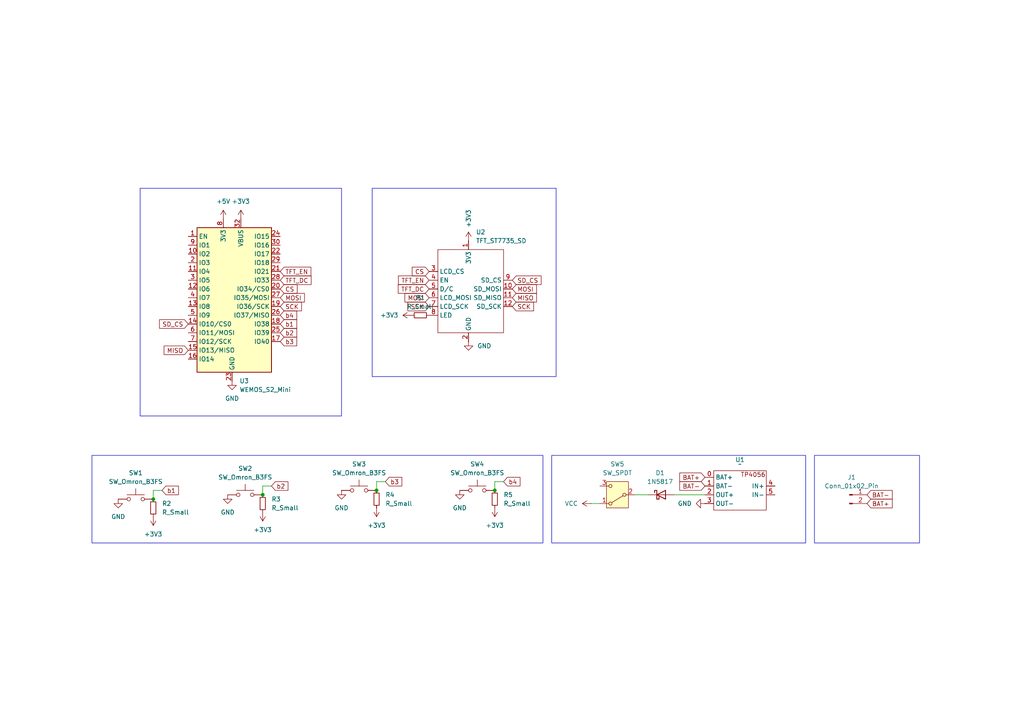
<source format=kicad_sch>
(kicad_sch
	(version 20241209)
	(generator "eeschema")
	(generator_version "8.99")
	(uuid "3a17b070-5d68-46dd-90be-73daa787db8f")
	(paper "A4")
	(lib_symbols
		(symbol "Connector:Conn_01x02_Pin"
			(pin_names
				(offset 1.016)
				(hide yes)
			)
			(exclude_from_sim no)
			(in_bom yes)
			(on_board yes)
			(property "Reference" "J"
				(at 0 2.54 0)
				(effects
					(font
						(size 1.27 1.27)
					)
				)
			)
			(property "Value" "Conn_01x02_Pin"
				(at 0 -5.08 0)
				(effects
					(font
						(size 1.27 1.27)
					)
				)
			)
			(property "Footprint" ""
				(at 0 0 0)
				(effects
					(font
						(size 1.27 1.27)
					)
					(hide yes)
				)
			)
			(property "Datasheet" "~"
				(at 0 0 0)
				(effects
					(font
						(size 1.27 1.27)
					)
					(hide yes)
				)
			)
			(property "Description" "Generic connector, single row, 01x02, script generated"
				(at 0 0 0)
				(effects
					(font
						(size 1.27 1.27)
					)
					(hide yes)
				)
			)
			(property "ki_locked" ""
				(at 0 0 0)
				(effects
					(font
						(size 1.27 1.27)
					)
				)
			)
			(property "ki_keywords" "connector"
				(at 0 0 0)
				(effects
					(font
						(size 1.27 1.27)
					)
					(hide yes)
				)
			)
			(property "ki_fp_filters" "Connector*:*_1x??_*"
				(at 0 0 0)
				(effects
					(font
						(size 1.27 1.27)
					)
					(hide yes)
				)
			)
			(symbol "Conn_01x02_Pin_1_1"
				(rectangle
					(start 0.8636 0.127)
					(end 0 -0.127)
					(stroke
						(width 0.1524)
						(type default)
					)
					(fill
						(type outline)
					)
				)
				(rectangle
					(start 0.8636 -2.413)
					(end 0 -2.667)
					(stroke
						(width 0.1524)
						(type default)
					)
					(fill
						(type outline)
					)
				)
				(polyline
					(pts
						(xy 1.27 0) (xy 0.8636 0)
					)
					(stroke
						(width 0.1524)
						(type default)
					)
					(fill
						(type none)
					)
				)
				(polyline
					(pts
						(xy 1.27 -2.54) (xy 0.8636 -2.54)
					)
					(stroke
						(width 0.1524)
						(type default)
					)
					(fill
						(type none)
					)
				)
				(pin passive line
					(at 5.08 0 180)
					(length 3.81)
					(name "Pin_1"
						(effects
							(font
								(size 1.27 1.27)
							)
						)
					)
					(number "1"
						(effects
							(font
								(size 1.27 1.27)
							)
						)
					)
				)
				(pin passive line
					(at 5.08 -2.54 180)
					(length 3.81)
					(name "Pin_2"
						(effects
							(font
								(size 1.27 1.27)
							)
						)
					)
					(number "2"
						(effects
							(font
								(size 1.27 1.27)
							)
						)
					)
				)
			)
			(embedded_fonts no)
		)
		(symbol "Device:R_Small"
			(pin_numbers
				(hide yes)
			)
			(pin_names
				(offset 0.254)
				(hide yes)
			)
			(exclude_from_sim no)
			(in_bom yes)
			(on_board yes)
			(property "Reference" "R"
				(at 0.762 0.508 0)
				(effects
					(font
						(size 1.27 1.27)
					)
					(justify left)
				)
			)
			(property "Value" "R_Small"
				(at 0.762 -1.016 0)
				(effects
					(font
						(size 1.27 1.27)
					)
					(justify left)
				)
			)
			(property "Footprint" ""
				(at 0 0 0)
				(effects
					(font
						(size 1.27 1.27)
					)
					(hide yes)
				)
			)
			(property "Datasheet" "~"
				(at 0 0 0)
				(effects
					(font
						(size 1.27 1.27)
					)
					(hide yes)
				)
			)
			(property "Description" "Resistor, small symbol"
				(at 0 0 0)
				(effects
					(font
						(size 1.27 1.27)
					)
					(hide yes)
				)
			)
			(property "ki_keywords" "R resistor"
				(at 0 0 0)
				(effects
					(font
						(size 1.27 1.27)
					)
					(hide yes)
				)
			)
			(property "ki_fp_filters" "R_*"
				(at 0 0 0)
				(effects
					(font
						(size 1.27 1.27)
					)
					(hide yes)
				)
			)
			(symbol "R_Small_0_1"
				(rectangle
					(start -0.762 1.778)
					(end 0.762 -1.778)
					(stroke
						(width 0.2032)
						(type default)
					)
					(fill
						(type none)
					)
				)
			)
			(symbol "R_Small_1_1"
				(pin passive line
					(at 0 2.54 270)
					(length 0.762)
					(name "~"
						(effects
							(font
								(size 1.27 1.27)
							)
						)
					)
					(number "1"
						(effects
							(font
								(size 1.27 1.27)
							)
						)
					)
				)
				(pin passive line
					(at 0 -2.54 90)
					(length 0.762)
					(name "~"
						(effects
							(font
								(size 1.27 1.27)
							)
						)
					)
					(number "2"
						(effects
							(font
								(size 1.27 1.27)
							)
						)
					)
				)
			)
			(embedded_fonts no)
		)
		(symbol "Diode:1N5817"
			(pin_numbers
				(hide yes)
			)
			(pin_names
				(offset 1.016)
				(hide yes)
			)
			(exclude_from_sim no)
			(in_bom yes)
			(on_board yes)
			(property "Reference" "D"
				(at 0 2.54 0)
				(effects
					(font
						(size 1.27 1.27)
					)
				)
			)
			(property "Value" "1N5817"
				(at 0 -2.54 0)
				(effects
					(font
						(size 1.27 1.27)
					)
				)
			)
			(property "Footprint" "Diode_THT:D_DO-41_SOD81_P10.16mm_Horizontal"
				(at 0 -4.445 0)
				(effects
					(font
						(size 1.27 1.27)
					)
					(hide yes)
				)
			)
			(property "Datasheet" "http://www.vishay.com/docs/88525/1n5817.pdf"
				(at 0 0 0)
				(effects
					(font
						(size 1.27 1.27)
					)
					(hide yes)
				)
			)
			(property "Description" "20V 1A Schottky Barrier Rectifier Diode, DO-41"
				(at 0 0 0)
				(effects
					(font
						(size 1.27 1.27)
					)
					(hide yes)
				)
			)
			(property "ki_keywords" "diode Schottky"
				(at 0 0 0)
				(effects
					(font
						(size 1.27 1.27)
					)
					(hide yes)
				)
			)
			(property "ki_fp_filters" "D*DO?41*"
				(at 0 0 0)
				(effects
					(font
						(size 1.27 1.27)
					)
					(hide yes)
				)
			)
			(symbol "1N5817_0_1"
				(polyline
					(pts
						(xy -1.905 0.635) (xy -1.905 1.27) (xy -1.27 1.27) (xy -1.27 -1.27) (xy -0.635 -1.27) (xy -0.635 -0.635)
					)
					(stroke
						(width 0.254)
						(type default)
					)
					(fill
						(type none)
					)
				)
				(polyline
					(pts
						(xy 1.27 1.27) (xy 1.27 -1.27) (xy -1.27 0) (xy 1.27 1.27)
					)
					(stroke
						(width 0.254)
						(type default)
					)
					(fill
						(type none)
					)
				)
				(polyline
					(pts
						(xy 1.27 0) (xy -1.27 0)
					)
					(stroke
						(width 0)
						(type default)
					)
					(fill
						(type none)
					)
				)
			)
			(symbol "1N5817_1_1"
				(pin passive line
					(at -3.81 0 0)
					(length 2.54)
					(name "K"
						(effects
							(font
								(size 1.27 1.27)
							)
						)
					)
					(number "1"
						(effects
							(font
								(size 1.27 1.27)
							)
						)
					)
				)
				(pin passive line
					(at 3.81 0 180)
					(length 2.54)
					(name "A"
						(effects
							(font
								(size 1.27 1.27)
							)
						)
					)
					(number "2"
						(effects
							(font
								(size 1.27 1.27)
							)
						)
					)
				)
			)
			(embedded_fonts no)
		)
		(symbol "Switch:SW_Omron_B3FS"
			(pin_numbers
				(hide yes)
			)
			(pin_names
				(offset 1.016)
				(hide yes)
			)
			(exclude_from_sim no)
			(in_bom yes)
			(on_board yes)
			(property "Reference" "SW"
				(at 1.27 2.54 0)
				(effects
					(font
						(size 1.27 1.27)
					)
					(justify left)
				)
			)
			(property "Value" "SW_Omron_B3FS"
				(at 0 -1.524 0)
				(effects
					(font
						(size 1.27 1.27)
					)
				)
			)
			(property "Footprint" ""
				(at 0 5.08 0)
				(effects
					(font
						(size 1.27 1.27)
					)
					(hide yes)
				)
			)
			(property "Datasheet" "https://omronfs.omron.com/en_US/ecb/products/pdf/en-b3fs.pdf"
				(at 0 5.08 0)
				(effects
					(font
						(size 1.27 1.27)
					)
					(hide yes)
				)
			)
			(property "Description" "Omron B3FS 6x6mm single pole normally-open tactile switch"
				(at 0 0 0)
				(effects
					(font
						(size 1.27 1.27)
					)
					(hide yes)
				)
			)
			(property "ki_keywords" "switch normally-open pushbutton push-button"
				(at 0 0 0)
				(effects
					(font
						(size 1.27 1.27)
					)
					(hide yes)
				)
			)
			(property "ki_fp_filters" "SW*Omron*B3FS*"
				(at 0 0 0)
				(effects
					(font
						(size 1.27 1.27)
					)
					(hide yes)
				)
			)
			(symbol "SW_Omron_B3FS_0_1"
				(circle
					(center -2.032 0)
					(radius 0.508)
					(stroke
						(width 0)
						(type default)
					)
					(fill
						(type none)
					)
				)
				(polyline
					(pts
						(xy 0 1.27) (xy 0 3.048)
					)
					(stroke
						(width 0)
						(type default)
					)
					(fill
						(type none)
					)
				)
				(circle
					(center 2.032 0)
					(radius 0.508)
					(stroke
						(width 0)
						(type default)
					)
					(fill
						(type none)
					)
				)
				(polyline
					(pts
						(xy 2.54 1.27) (xy -2.54 1.27)
					)
					(stroke
						(width 0)
						(type default)
					)
					(fill
						(type none)
					)
				)
				(pin passive line
					(at -5.08 0 0)
					(length 2.54)
					(name "1"
						(effects
							(font
								(size 1.27 1.27)
							)
						)
					)
					(number "1"
						(effects
							(font
								(size 1.27 1.27)
							)
						)
					)
				)
				(pin passive line
					(at 5.08 0 180)
					(length 2.54)
					(name "2"
						(effects
							(font
								(size 1.27 1.27)
							)
						)
					)
					(number "2"
						(effects
							(font
								(size 1.27 1.27)
							)
						)
					)
				)
			)
			(embedded_fonts no)
		)
		(symbol "Switch:SW_SPDT"
			(pin_names
				(offset 0)
				(hide yes)
			)
			(exclude_from_sim no)
			(in_bom yes)
			(on_board yes)
			(property "Reference" "SW"
				(at 0 5.08 0)
				(effects
					(font
						(size 1.27 1.27)
					)
				)
			)
			(property "Value" "SW_SPDT"
				(at 0 -5.08 0)
				(effects
					(font
						(size 1.27 1.27)
					)
				)
			)
			(property "Footprint" ""
				(at 0 0 0)
				(effects
					(font
						(size 1.27 1.27)
					)
					(hide yes)
				)
			)
			(property "Datasheet" "~"
				(at 0 -7.62 0)
				(effects
					(font
						(size 1.27 1.27)
					)
					(hide yes)
				)
			)
			(property "Description" "Switch, single pole double throw"
				(at 0 0 0)
				(effects
					(font
						(size 1.27 1.27)
					)
					(hide yes)
				)
			)
			(property "ki_keywords" "switch single-pole double-throw spdt ON-ON"
				(at 0 0 0)
				(effects
					(font
						(size 1.27 1.27)
					)
					(hide yes)
				)
			)
			(symbol "SW_SPDT_0_1"
				(circle
					(center -2.032 0)
					(radius 0.4572)
					(stroke
						(width 0)
						(type default)
					)
					(fill
						(type none)
					)
				)
				(polyline
					(pts
						(xy -1.651 0.254) (xy 1.651 2.286)
					)
					(stroke
						(width 0)
						(type default)
					)
					(fill
						(type none)
					)
				)
				(circle
					(center 2.032 2.54)
					(radius 0.4572)
					(stroke
						(width 0)
						(type default)
					)
					(fill
						(type none)
					)
				)
				(circle
					(center 2.032 -2.54)
					(radius 0.4572)
					(stroke
						(width 0)
						(type default)
					)
					(fill
						(type none)
					)
				)
			)
			(symbol "SW_SPDT_1_1"
				(rectangle
					(start -3.175 3.81)
					(end 3.175 -3.81)
					(stroke
						(width 0)
						(type default)
					)
					(fill
						(type background)
					)
				)
				(pin passive line
					(at -5.08 0 0)
					(length 2.54)
					(name "B"
						(effects
							(font
								(size 1.27 1.27)
							)
						)
					)
					(number "2"
						(effects
							(font
								(size 1.27 1.27)
							)
						)
					)
				)
				(pin passive line
					(at 5.08 2.54 180)
					(length 2.54)
					(name "A"
						(effects
							(font
								(size 1.27 1.27)
							)
						)
					)
					(number "1"
						(effects
							(font
								(size 1.27 1.27)
							)
						)
					)
				)
				(pin passive line
					(at 5.08 -2.54 180)
					(length 2.54)
					(name "C"
						(effects
							(font
								(size 1.27 1.27)
							)
						)
					)
					(number "3"
						(effects
							(font
								(size 1.27 1.27)
							)
						)
					)
				)
			)
			(embedded_fonts no)
		)
		(symbol "asylum-weather (1):TP4056"
			(exclude_from_sim no)
			(in_bom yes)
			(on_board yes)
			(property "Reference" "U"
				(at 0 0 0)
				(effects
					(font
						(size 1.27 1.27)
					)
				)
			)
			(property "Value" ""
				(at 0 0 0)
				(effects
					(font
						(size 1.27 1.27)
					)
				)
			)
			(property "Footprint" ""
				(at 0 0 0)
				(effects
					(font
						(size 1.27 1.27)
					)
					(hide yes)
				)
			)
			(property "Datasheet" ""
				(at 0 0 0)
				(effects
					(font
						(size 1.27 1.27)
					)
					(hide yes)
				)
			)
			(property "Description" ""
				(at 0 0 0)
				(effects
					(font
						(size 1.27 1.27)
					)
					(hide yes)
				)
			)
			(symbol "TP4056_0_1"
				(rectangle
					(start -7.62 5.715)
					(end 7.62 -5.715)
					(stroke
						(width 0)
						(type default)
					)
					(fill
						(type none)
					)
				)
			)
			(symbol "TP4056_1_1"
				(text "TP4056\n"
					(at 3.81 4.572 0)
					(effects
						(font
							(size 1.27 1.27)
						)
					)
				)
				(pin power_out line
					(at -10.16 3.81 0)
					(length 2.54)
					(name "BAT+"
						(effects
							(font
								(size 1.27 1.27)
							)
						)
					)
					(number "0"
						(effects
							(font
								(size 1.27 1.27)
							)
						)
					)
				)
				(pin power_out line
					(at -10.16 1.27 0)
					(length 2.54)
					(name "BAT-"
						(effects
							(font
								(size 1.27 1.27)
							)
						)
					)
					(number "1"
						(effects
							(font
								(size 1.27 1.27)
							)
						)
					)
				)
				(pin power_out line
					(at -10.16 -1.27 0)
					(length 2.54)
					(name "OUT+"
						(effects
							(font
								(size 1.27 1.27)
							)
						)
					)
					(number "2"
						(effects
							(font
								(size 1.27 1.27)
							)
						)
					)
				)
				(pin power_out line
					(at -10.16 -3.81 0)
					(length 2.54)
					(name "OUT-"
						(effects
							(font
								(size 1.27 1.27)
							)
						)
					)
					(number "3"
						(effects
							(font
								(size 1.27 1.27)
							)
						)
					)
				)
				(pin power_out line
					(at 10.16 1.27 180)
					(length 2.54)
					(name "IN+"
						(effects
							(font
								(size 1.27 1.27)
							)
						)
					)
					(number "4"
						(effects
							(font
								(size 1.27 1.27)
							)
						)
					)
				)
				(pin power_out line
					(at 10.16 -1.27 180)
					(length 2.54)
					(name "IN-"
						(effects
							(font
								(size 1.27 1.27)
							)
						)
					)
					(number "5"
						(effects
							(font
								(size 1.27 1.27)
							)
						)
					)
				)
			)
			(embedded_fonts no)
		)
		(symbol "asylum-weather (1):WEMOS_S2_Mini"
			(exclude_from_sim no)
			(in_bom yes)
			(on_board yes)
			(property "Reference" "U1"
				(at 21.336 -29.21 0)
				(effects
					(font
						(size 1.27 1.27)
					)
					(justify left)
				)
			)
			(property "Value" "WEMOS_S2_Mini"
				(at 21.336 -31.75 0)
				(effects
					(font
						(size 1.27 1.27)
					)
					(justify left)
				)
			)
			(property "Footprint" "asylum-weather:WEMOS_S2_Mini"
				(at 0 -29.21 0)
				(effects
					(font
						(size 1.27 1.27)
					)
					(hide yes)
				)
			)
			(property "Datasheet" "https://wiki.wemos.cc/products:d1:d1_mini#documentation"
				(at -46.99 -29.21 0)
				(effects
					(font
						(size 1.27 1.27)
					)
					(hide yes)
				)
			)
			(property "Description" "32-bit microcontroller module with WiFi"
				(at 0 0 0)
				(effects
					(font
						(size 1.27 1.27)
					)
					(hide yes)
				)
			)
			(property "ki_keywords" "ESP8266 WiFi microcontroller ESP8266EX"
				(at 0 0 0)
				(effects
					(font
						(size 1.27 1.27)
					)
					(hide yes)
				)
			)
			(property "ki_fp_filters" "WEMOS*D1*mini*"
				(at 0 0 0)
				(effects
					(font
						(size 1.27 1.27)
					)
					(hide yes)
				)
			)
			(symbol "WEMOS_S2_Mini_1_1"
				(rectangle
					(start -7.62 17.78)
					(end 13.97 -24.13)
					(stroke
						(width 0.254)
						(type default)
					)
					(fill
						(type background)
					)
				)
				(pin input line
					(at -10.16 15.24 0)
					(length 2.54)
					(name "EN"
						(effects
							(font
								(size 1.27 1.27)
							)
						)
					)
					(number "1"
						(effects
							(font
								(size 1.27 1.27)
							)
						)
					)
				)
				(pin bidirectional line
					(at -10.16 12.7 0)
					(length 2.54)
					(name "IO1"
						(effects
							(font
								(size 1.27 1.27)
							)
						)
					)
					(number "9"
						(effects
							(font
								(size 1.27 1.27)
							)
						)
					)
				)
				(pin bidirectional line
					(at -10.16 10.16 0)
					(length 2.54)
					(name "IO2"
						(effects
							(font
								(size 1.27 1.27)
							)
						)
					)
					(number "10"
						(effects
							(font
								(size 1.27 1.27)
							)
						)
					)
				)
				(pin bidirectional line
					(at -10.16 7.62 0)
					(length 2.54)
					(name "IO3"
						(effects
							(font
								(size 1.27 1.27)
							)
						)
					)
					(number "2"
						(effects
							(font
								(size 1.27 1.27)
							)
						)
					)
				)
				(pin bidirectional line
					(at -10.16 5.08 0)
					(length 2.54)
					(name "IO4"
						(effects
							(font
								(size 1.27 1.27)
							)
						)
					)
					(number "11"
						(effects
							(font
								(size 1.27 1.27)
							)
						)
					)
				)
				(pin bidirectional line
					(at -10.16 2.54 0)
					(length 2.54)
					(name "IO5"
						(effects
							(font
								(size 1.27 1.27)
							)
						)
					)
					(number "3"
						(effects
							(font
								(size 1.27 1.27)
							)
						)
					)
				)
				(pin bidirectional line
					(at -10.16 0 0)
					(length 2.54)
					(name "IO6"
						(effects
							(font
								(size 1.27 1.27)
							)
						)
					)
					(number "12"
						(effects
							(font
								(size 1.27 1.27)
							)
						)
					)
				)
				(pin bidirectional line
					(at -10.16 -2.54 0)
					(length 2.54)
					(name "IO7"
						(effects
							(font
								(size 1.27 1.27)
							)
						)
					)
					(number "4"
						(effects
							(font
								(size 1.27 1.27)
							)
						)
					)
				)
				(pin bidirectional line
					(at -10.16 -5.08 0)
					(length 2.54)
					(name "IO8"
						(effects
							(font
								(size 1.27 1.27)
							)
						)
					)
					(number "13"
						(effects
							(font
								(size 1.27 1.27)
							)
						)
					)
				)
				(pin bidirectional line
					(at -10.16 -7.62 0)
					(length 2.54)
					(name "IO9"
						(effects
							(font
								(size 1.27 1.27)
							)
						)
					)
					(number "5"
						(effects
							(font
								(size 1.27 1.27)
							)
						)
					)
				)
				(pin bidirectional line
					(at -10.16 -10.16 0)
					(length 2.54)
					(name "IO10/CS0"
						(effects
							(font
								(size 1.27 1.27)
							)
						)
					)
					(number "14"
						(effects
							(font
								(size 1.27 1.27)
							)
						)
					)
				)
				(pin bidirectional line
					(at -10.16 -12.7 0)
					(length 2.54)
					(name "IO11/MOSI"
						(effects
							(font
								(size 1.27 1.27)
							)
						)
					)
					(number "6"
						(effects
							(font
								(size 1.27 1.27)
							)
						)
					)
				)
				(pin bidirectional line
					(at -10.16 -15.24 0)
					(length 2.54)
					(name "IO12/SCK"
						(effects
							(font
								(size 1.27 1.27)
							)
						)
					)
					(number "7"
						(effects
							(font
								(size 1.27 1.27)
							)
						)
					)
				)
				(pin bidirectional line
					(at -10.16 -17.78 0)
					(length 2.54)
					(name "IO13/MISO"
						(effects
							(font
								(size 1.27 1.27)
							)
						)
					)
					(number "15"
						(effects
							(font
								(size 1.27 1.27)
							)
						)
					)
				)
				(pin bidirectional line
					(at -10.16 -20.32 0)
					(length 2.54)
					(name "IO14"
						(effects
							(font
								(size 1.27 1.27)
							)
						)
					)
					(number "16"
						(effects
							(font
								(size 1.27 1.27)
							)
						)
					)
				)
				(pin power_out line
					(at 0 20.32 270)
					(length 2.54)
					(name "3V3"
						(effects
							(font
								(size 1.27 1.27)
							)
						)
					)
					(number "8"
						(effects
							(font
								(size 1.27 1.27)
							)
						)
					)
				)
				(pin power_out line
					(at 2.54 -26.67 90)
					(length 2.54)
					(name "GND"
						(effects
							(font
								(size 1.27 1.27)
							)
						)
					)
					(number "23"
						(effects
							(font
								(size 1.27 1.27)
							)
						)
					)
				)
				(pin power_in line
					(at 5.08 20.32 270)
					(length 2.54)
					(name "VBUS"
						(effects
							(font
								(size 1.27 1.27)
							)
						)
					)
					(number "32"
						(effects
							(font
								(size 1.27 1.27)
							)
						)
					)
				)
				(pin bidirectional line
					(at 16.51 15.24 180)
					(length 2.54)
					(name "IO15"
						(effects
							(font
								(size 1.27 1.27)
							)
						)
					)
					(number "24"
						(effects
							(font
								(size 1.27 1.27)
							)
						)
					)
				)
				(pin bidirectional line
					(at 16.51 12.7 180)
					(length 2.54)
					(name "IO16"
						(effects
							(font
								(size 1.27 1.27)
							)
						)
					)
					(number "30"
						(effects
							(font
								(size 1.27 1.27)
							)
						)
					)
				)
				(pin bidirectional line
					(at 16.51 10.16 180)
					(length 2.54)
					(name "IO17"
						(effects
							(font
								(size 1.27 1.27)
							)
						)
					)
					(number "22"
						(effects
							(font
								(size 1.27 1.27)
							)
						)
					)
				)
				(pin bidirectional line
					(at 16.51 7.62 180)
					(length 2.54)
					(name "IO18"
						(effects
							(font
								(size 1.27 1.27)
							)
						)
					)
					(number "29"
						(effects
							(font
								(size 1.27 1.27)
							)
						)
					)
				)
				(pin bidirectional line
					(at 16.51 5.08 180)
					(length 2.54)
					(name "IO21"
						(effects
							(font
								(size 1.27 1.27)
							)
						)
					)
					(number "21"
						(effects
							(font
								(size 1.27 1.27)
							)
						)
					)
				)
				(pin bidirectional line
					(at 16.51 2.54 180)
					(length 2.54)
					(name "IO33"
						(effects
							(font
								(size 1.27 1.27)
							)
						)
					)
					(number "28"
						(effects
							(font
								(size 1.27 1.27)
							)
						)
					)
				)
				(pin bidirectional line
					(at 16.51 0 180)
					(length 2.54)
					(name "IO34/CS0"
						(effects
							(font
								(size 1.27 1.27)
							)
						)
					)
					(number "20"
						(effects
							(font
								(size 1.27 1.27)
							)
						)
					)
				)
				(pin bidirectional line
					(at 16.51 -2.54 180)
					(length 2.54)
					(name "IO35/MOSI"
						(effects
							(font
								(size 1.27 1.27)
							)
						)
					)
					(number "27"
						(effects
							(font
								(size 1.27 1.27)
							)
						)
					)
				)
				(pin bidirectional line
					(at 16.51 -5.08 180)
					(length 2.54)
					(name "IO36/SCK"
						(effects
							(font
								(size 1.27 1.27)
							)
						)
					)
					(number "19"
						(effects
							(font
								(size 1.27 1.27)
							)
						)
					)
				)
				(pin bidirectional line
					(at 16.51 -7.62 180)
					(length 2.54)
					(name "IO37/MISO"
						(effects
							(font
								(size 1.27 1.27)
							)
						)
					)
					(number "26"
						(effects
							(font
								(size 1.27 1.27)
							)
						)
					)
				)
				(pin bidirectional line
					(at 16.51 -10.16 180)
					(length 2.54)
					(name "IO38"
						(effects
							(font
								(size 1.27 1.27)
							)
						)
					)
					(number "18"
						(effects
							(font
								(size 1.27 1.27)
							)
						)
					)
				)
				(pin bidirectional line
					(at 16.51 -12.7 180)
					(length 2.54)
					(name "IO39"
						(effects
							(font
								(size 1.27 1.27)
							)
						)
					)
					(number "25"
						(effects
							(font
								(size 1.27 1.27)
							)
						)
					)
				)
				(pin bidirectional line
					(at 16.51 -15.24 180)
					(length 2.54)
					(name "IO40"
						(effects
							(font
								(size 1.27 1.27)
							)
						)
					)
					(number "17"
						(effects
							(font
								(size 1.27 1.27)
							)
						)
					)
				)
			)
			(embedded_fonts no)
		)
		(symbol "asylum-weather:TFT_ST7735_SD"
			(exclude_from_sim no)
			(in_bom yes)
			(on_board yes)
			(property "Reference" "U"
				(at 6.858 -15.748 0)
				(effects
					(font
						(size 1.27 1.27)
					)
				)
			)
			(property "Value" "TFT_ST7735_SD"
				(at 13.462 -18.288 0)
				(effects
					(font
						(size 1.27 1.27)
					)
				)
			)
			(property "Footprint" "asylum-weather:TFT_ST7735_SD"
				(at 0 0 0)
				(effects
					(font
						(size 1.27 1.27)
					)
					(hide yes)
				)
			)
			(property "Datasheet" ""
				(at 0 0 0)
				(effects
					(font
						(size 1.27 1.27)
					)
					(hide yes)
				)
			)
			(property "Description" ""
				(at 0 0 0)
				(effects
					(font
						(size 1.27 1.27)
					)
					(hide yes)
				)
			)
			(symbol "TFT_ST7735_SD_0_1"
				(rectangle
					(start -5.08 10.16)
					(end 13.97 -13.97)
					(stroke
						(width 0)
						(type default)
					)
					(fill
						(type none)
					)
				)
			)
			(symbol "TFT_ST7735_SD_1_1"
				(pin input line
					(at -7.62 3.81 0)
					(length 2.54)
					(name "LCD_CS"
						(effects
							(font
								(size 1.27 1.27)
							)
						)
					)
					(number "3"
						(effects
							(font
								(size 1.27 1.27)
							)
						)
					)
				)
				(pin input line
					(at -7.62 1.27 0)
					(length 2.54)
					(name "EN"
						(effects
							(font
								(size 1.27 1.27)
							)
						)
					)
					(number "4"
						(effects
							(font
								(size 1.27 1.27)
							)
						)
					)
				)
				(pin input line
					(at -7.62 -1.27 0)
					(length 2.54)
					(name "D/C"
						(effects
							(font
								(size 1.27 1.27)
							)
						)
					)
					(number "5"
						(effects
							(font
								(size 1.27 1.27)
							)
						)
					)
				)
				(pin input line
					(at -7.62 -3.81 0)
					(length 2.54)
					(name "LCD_MOSI"
						(effects
							(font
								(size 1.27 1.27)
							)
						)
					)
					(number "6"
						(effects
							(font
								(size 1.27 1.27)
							)
						)
					)
				)
				(pin input line
					(at -7.62 -6.35 0)
					(length 2.54)
					(name "LCD_SCK"
						(effects
							(font
								(size 1.27 1.27)
							)
						)
					)
					(number "7"
						(effects
							(font
								(size 1.27 1.27)
							)
						)
					)
				)
				(pin power_in line
					(at -7.62 -8.89 0)
					(length 2.54)
					(name "LED"
						(effects
							(font
								(size 1.27 1.27)
							)
						)
					)
					(number "8"
						(effects
							(font
								(size 1.27 1.27)
							)
						)
					)
				)
				(pin power_in line
					(at 3.81 12.7 270)
					(length 2.54)
					(name "3V3"
						(effects
							(font
								(size 1.27 1.27)
							)
						)
					)
					(number "1"
						(effects
							(font
								(size 1.27 1.27)
							)
						)
					)
				)
				(pin power_in line
					(at 3.81 -16.51 90)
					(length 2.54)
					(name "GND"
						(effects
							(font
								(size 1.27 1.27)
							)
						)
					)
					(number "2"
						(effects
							(font
								(size 1.27 1.27)
							)
						)
					)
				)
				(pin input line
					(at 16.51 1.27 180)
					(length 2.54)
					(name "SD_CS"
						(effects
							(font
								(size 1.27 1.27)
							)
						)
					)
					(number "9"
						(effects
							(font
								(size 1.27 1.27)
							)
						)
					)
				)
				(pin input line
					(at 16.51 -1.27 180)
					(length 2.54)
					(name "SD_MOSI"
						(effects
							(font
								(size 1.27 1.27)
							)
						)
					)
					(number "10"
						(effects
							(font
								(size 1.27 1.27)
							)
						)
					)
				)
				(pin output line
					(at 16.51 -3.81 180)
					(length 2.54)
					(name "SD_MISO"
						(effects
							(font
								(size 1.27 1.27)
							)
						)
					)
					(number "11"
						(effects
							(font
								(size 1.27 1.27)
							)
						)
					)
				)
				(pin input line
					(at 16.51 -6.35 180)
					(length 2.54)
					(name "SD_SCK"
						(effects
							(font
								(size 1.27 1.27)
							)
						)
					)
					(number "12"
						(effects
							(font
								(size 1.27 1.27)
							)
						)
					)
				)
			)
			(embedded_fonts no)
		)
		(symbol "power:+3V3"
			(power)
			(pin_numbers
				(hide yes)
			)
			(pin_names
				(offset 0)
				(hide yes)
			)
			(exclude_from_sim no)
			(in_bom yes)
			(on_board yes)
			(property "Reference" "#PWR"
				(at 0 -3.81 0)
				(effects
					(font
						(size 1.27 1.27)
					)
					(hide yes)
				)
			)
			(property "Value" "+3V3"
				(at 0 3.556 0)
				(effects
					(font
						(size 1.27 1.27)
					)
				)
			)
			(property "Footprint" ""
				(at 0 0 0)
				(effects
					(font
						(size 1.27 1.27)
					)
					(hide yes)
				)
			)
			(property "Datasheet" ""
				(at 0 0 0)
				(effects
					(font
						(size 1.27 1.27)
					)
					(hide yes)
				)
			)
			(property "Description" "Power symbol creates a global label with name \"+3V3\""
				(at 0 0 0)
				(effects
					(font
						(size 1.27 1.27)
					)
					(hide yes)
				)
			)
			(property "ki_keywords" "global power"
				(at 0 0 0)
				(effects
					(font
						(size 1.27 1.27)
					)
					(hide yes)
				)
			)
			(symbol "+3V3_0_1"
				(polyline
					(pts
						(xy -0.762 1.27) (xy 0 2.54)
					)
					(stroke
						(width 0)
						(type default)
					)
					(fill
						(type none)
					)
				)
				(polyline
					(pts
						(xy 0 2.54) (xy 0.762 1.27)
					)
					(stroke
						(width 0)
						(type default)
					)
					(fill
						(type none)
					)
				)
				(polyline
					(pts
						(xy 0 0) (xy 0 2.54)
					)
					(stroke
						(width 0)
						(type default)
					)
					(fill
						(type none)
					)
				)
			)
			(symbol "+3V3_1_1"
				(pin power_in line
					(at 0 0 90)
					(length 0)
					(name "~"
						(effects
							(font
								(size 1.27 1.27)
							)
						)
					)
					(number "1"
						(effects
							(font
								(size 1.27 1.27)
							)
						)
					)
				)
			)
			(embedded_fonts no)
		)
		(symbol "power:+5V"
			(power)
			(pin_numbers
				(hide yes)
			)
			(pin_names
				(offset 0)
				(hide yes)
			)
			(exclude_from_sim no)
			(in_bom yes)
			(on_board yes)
			(property "Reference" "#PWR"
				(at 0 -3.81 0)
				(effects
					(font
						(size 1.27 1.27)
					)
					(hide yes)
				)
			)
			(property "Value" "+5V"
				(at 0 3.556 0)
				(effects
					(font
						(size 1.27 1.27)
					)
				)
			)
			(property "Footprint" ""
				(at 0 0 0)
				(effects
					(font
						(size 1.27 1.27)
					)
					(hide yes)
				)
			)
			(property "Datasheet" ""
				(at 0 0 0)
				(effects
					(font
						(size 1.27 1.27)
					)
					(hide yes)
				)
			)
			(property "Description" "Power symbol creates a global label with name \"+5V\""
				(at 0 0 0)
				(effects
					(font
						(size 1.27 1.27)
					)
					(hide yes)
				)
			)
			(property "ki_keywords" "global power"
				(at 0 0 0)
				(effects
					(font
						(size 1.27 1.27)
					)
					(hide yes)
				)
			)
			(symbol "+5V_0_1"
				(polyline
					(pts
						(xy -0.762 1.27) (xy 0 2.54)
					)
					(stroke
						(width 0)
						(type default)
					)
					(fill
						(type none)
					)
				)
				(polyline
					(pts
						(xy 0 2.54) (xy 0.762 1.27)
					)
					(stroke
						(width 0)
						(type default)
					)
					(fill
						(type none)
					)
				)
				(polyline
					(pts
						(xy 0 0) (xy 0 2.54)
					)
					(stroke
						(width 0)
						(type default)
					)
					(fill
						(type none)
					)
				)
			)
			(symbol "+5V_1_1"
				(pin power_in line
					(at 0 0 90)
					(length 0)
					(name "~"
						(effects
							(font
								(size 1.27 1.27)
							)
						)
					)
					(number "1"
						(effects
							(font
								(size 1.27 1.27)
							)
						)
					)
				)
			)
			(embedded_fonts no)
		)
		(symbol "power:GND"
			(power)
			(pin_numbers
				(hide yes)
			)
			(pin_names
				(offset 0)
				(hide yes)
			)
			(exclude_from_sim no)
			(in_bom yes)
			(on_board yes)
			(property "Reference" "#PWR"
				(at 0 -6.35 0)
				(effects
					(font
						(size 1.27 1.27)
					)
					(hide yes)
				)
			)
			(property "Value" "GND"
				(at 0 -3.81 0)
				(effects
					(font
						(size 1.27 1.27)
					)
				)
			)
			(property "Footprint" ""
				(at 0 0 0)
				(effects
					(font
						(size 1.27 1.27)
					)
					(hide yes)
				)
			)
			(property "Datasheet" ""
				(at 0 0 0)
				(effects
					(font
						(size 1.27 1.27)
					)
					(hide yes)
				)
			)
			(property "Description" "Power symbol creates a global label with name \"GND\" , ground"
				(at 0 0 0)
				(effects
					(font
						(size 1.27 1.27)
					)
					(hide yes)
				)
			)
			(property "ki_keywords" "global power"
				(at 0 0 0)
				(effects
					(font
						(size 1.27 1.27)
					)
					(hide yes)
				)
			)
			(symbol "GND_0_1"
				(polyline
					(pts
						(xy 0 0) (xy 0 -1.27) (xy 1.27 -1.27) (xy 0 -2.54) (xy -1.27 -1.27) (xy 0 -1.27)
					)
					(stroke
						(width 0)
						(type default)
					)
					(fill
						(type none)
					)
				)
			)
			(symbol "GND_1_1"
				(pin power_in line
					(at 0 0 270)
					(length 0)
					(name "~"
						(effects
							(font
								(size 1.27 1.27)
							)
						)
					)
					(number "1"
						(effects
							(font
								(size 1.27 1.27)
							)
						)
					)
				)
			)
			(embedded_fonts no)
		)
		(symbol "power:VCC"
			(power)
			(pin_numbers
				(hide yes)
			)
			(pin_names
				(offset 0)
				(hide yes)
			)
			(exclude_from_sim no)
			(in_bom yes)
			(on_board yes)
			(property "Reference" "#PWR"
				(at 0 -3.81 0)
				(effects
					(font
						(size 1.27 1.27)
					)
					(hide yes)
				)
			)
			(property "Value" "VCC"
				(at 0 3.556 0)
				(effects
					(font
						(size 1.27 1.27)
					)
				)
			)
			(property "Footprint" ""
				(at 0 0 0)
				(effects
					(font
						(size 1.27 1.27)
					)
					(hide yes)
				)
			)
			(property "Datasheet" ""
				(at 0 0 0)
				(effects
					(font
						(size 1.27 1.27)
					)
					(hide yes)
				)
			)
			(property "Description" "Power symbol creates a global label with name \"VCC\""
				(at 0 0 0)
				(effects
					(font
						(size 1.27 1.27)
					)
					(hide yes)
				)
			)
			(property "ki_keywords" "global power"
				(at 0 0 0)
				(effects
					(font
						(size 1.27 1.27)
					)
					(hide yes)
				)
			)
			(symbol "VCC_0_1"
				(polyline
					(pts
						(xy -0.762 1.27) (xy 0 2.54)
					)
					(stroke
						(width 0)
						(type default)
					)
					(fill
						(type none)
					)
				)
				(polyline
					(pts
						(xy 0 2.54) (xy 0.762 1.27)
					)
					(stroke
						(width 0)
						(type default)
					)
					(fill
						(type none)
					)
				)
				(polyline
					(pts
						(xy 0 0) (xy 0 2.54)
					)
					(stroke
						(width 0)
						(type default)
					)
					(fill
						(type none)
					)
				)
			)
			(symbol "VCC_1_1"
				(pin power_in line
					(at 0 0 90)
					(length 0)
					(name "~"
						(effects
							(font
								(size 1.27 1.27)
							)
						)
					)
					(number "1"
						(effects
							(font
								(size 1.27 1.27)
							)
						)
					)
				)
			)
			(embedded_fonts no)
		)
	)
	(rectangle
		(start 160.02 132.08)
		(end 233.68 157.48)
		(stroke
			(width 0)
			(type default)
		)
		(fill
			(type none)
		)
		(uuid 288fa3ed-5e29-41e9-8f52-a32adcebb1b1)
	)
	(rectangle
		(start 40.64 54.61)
		(end 99.06 120.65)
		(stroke
			(width 0)
			(type default)
		)
		(fill
			(type none)
		)
		(uuid 2ea5f870-be2c-4d7f-a660-6e2b9ccd1cf8)
	)
	(rectangle
		(start 107.95 54.61)
		(end 161.29 109.22)
		(stroke
			(width 0)
			(type default)
		)
		(fill
			(type none)
		)
		(uuid 45ae22c9-ca6b-4b48-8719-07557cf9d2a2)
	)
	(rectangle
		(start 26.67 132.08)
		(end 157.48 157.48)
		(stroke
			(width 0)
			(type default)
		)
		(fill
			(type none)
		)
		(uuid d2746261-ad5a-4544-bae3-dc3bd77b639d)
	)
	(rectangle
		(start 236.22 132.08)
		(end 266.7 157.48)
		(stroke
			(width 0)
			(type default)
		)
		(fill
			(type none)
		)
		(uuid ddcb3893-76aa-48cb-a2b3-52a26055b5da)
	)
	(junction
		(at 143.51 142.24)
		(diameter 0)
		(color 0 0 0 0)
		(uuid "5076020b-6d6b-4fb7-8adb-a97c5055e34b")
	)
	(junction
		(at 76.2 143.51)
		(diameter 0)
		(color 0 0 0 0)
		(uuid "58b5cfc3-846a-4810-8251-02c90db77765")
	)
	(junction
		(at 109.22 142.24)
		(diameter 0)
		(color 0 0 0 0)
		(uuid "91dadb25-baee-46c6-b766-eef69931d58c")
	)
	(junction
		(at 44.45 144.78)
		(diameter 0)
		(color 0 0 0 0)
		(uuid "da6b93c8-a8f5-4a79-ac79-994d8cbb5bb7")
	)
	(wire
		(pts
			(xy 44.45 144.78) (xy 44.45 142.24)
		)
		(stroke
			(width 0)
			(type default)
		)
		(uuid "14d750c4-5eba-4bd1-bfe0-1977dc749f3c")
	)
	(wire
		(pts
			(xy 109.22 139.7) (xy 111.76 139.7)
		)
		(stroke
			(width 0)
			(type default)
		)
		(uuid "334112ee-8d94-4c01-83a0-fe12a7a0ff40")
	)
	(wire
		(pts
			(xy 184.15 143.51) (xy 187.96 143.51)
		)
		(stroke
			(width 0)
			(type default)
		)
		(uuid "4faa797d-f1a5-4e36-bae6-f86b6a575739")
	)
	(wire
		(pts
			(xy 44.45 142.24) (xy 46.99 142.24)
		)
		(stroke
			(width 0)
			(type default)
		)
		(uuid "52965629-c19d-4438-8993-923791e59a65")
	)
	(wire
		(pts
			(xy 143.51 139.7) (xy 146.05 139.7)
		)
		(stroke
			(width 0)
			(type default)
		)
		(uuid "731123d4-9970-4f0f-97bf-e0bb000f140b")
	)
	(wire
		(pts
			(xy 143.51 142.24) (xy 143.51 139.7)
		)
		(stroke
			(width 0)
			(type default)
		)
		(uuid "84fe9527-78c8-429a-859e-3be37251d6dd")
	)
	(wire
		(pts
			(xy 171.45 146.05) (xy 173.99 146.05)
		)
		(stroke
			(width 0)
			(type default)
		)
		(uuid "a608ade3-3c82-40be-b202-5609f71b4d2c")
	)
	(wire
		(pts
			(xy 109.22 142.24) (xy 109.22 139.7)
		)
		(stroke
			(width 0)
			(type default)
		)
		(uuid "c7dd304e-7e6e-4e3e-9d0e-2407e5d59e6e")
	)
	(wire
		(pts
			(xy 76.2 143.51) (xy 76.2 140.97)
		)
		(stroke
			(width 0)
			(type default)
		)
		(uuid "cc8cde13-7383-42c2-a38f-5b2cd47b0ca5")
	)
	(wire
		(pts
			(xy 76.2 140.97) (xy 78.74 140.97)
		)
		(stroke
			(width 0)
			(type default)
		)
		(uuid "dbe783dc-9d01-4c25-8391-53d9a9c9e3c8")
	)
	(wire
		(pts
			(xy 195.58 143.51) (xy 204.47 143.51)
		)
		(stroke
			(width 0)
			(type default)
		)
		(uuid "f912a46e-5113-47e9-a3b4-c8a588cbff95")
	)
	(global_label "SCK"
		(shape input)
		(at 81.28 88.9 0)
		(fields_autoplaced yes)
		(effects
			(font
				(size 1.27 1.27)
			)
			(justify left)
		)
		(uuid "000239ea-ae0e-4196-96d6-a8a9128cd7a9")
		(property "Intersheetrefs" "${INTERSHEET_REFS}"
			(at 88.0147 88.9 0)
			(effects
				(font
					(size 1.27 1.27)
				)
				(justify left)
				(hide yes)
			)
		)
	)
	(global_label "MOSI"
		(shape input)
		(at 81.28 86.36 0)
		(fields_autoplaced yes)
		(effects
			(font
				(size 1.27 1.27)
			)
			(justify left)
		)
		(uuid "12b16a42-61a3-43f8-a486-d3396f207155")
		(property "Intersheetrefs" "${INTERSHEET_REFS}"
			(at 88.8614 86.36 0)
			(effects
				(font
					(size 1.27 1.27)
				)
				(justify left)
				(hide yes)
			)
		)
	)
	(global_label "TFT_EN"
		(shape input)
		(at 124.46 81.28 180)
		(fields_autoplaced yes)
		(effects
			(font
				(size 1.27 1.27)
			)
			(justify right)
		)
		(uuid "1854559b-f382-40fa-b3ed-caecc8302786")
		(property "Intersheetrefs" "${INTERSHEET_REFS}"
			(at 115.0039 81.28 0)
			(effects
				(font
					(size 1.27 1.27)
				)
				(justify right)
				(hide yes)
			)
		)
	)
	(global_label "BAT-"
		(shape input)
		(at 204.47 140.97 180)
		(fields_autoplaced yes)
		(effects
			(font
				(size 1.27 1.27)
			)
			(justify right)
		)
		(uuid "29be036f-7d50-45d5-964c-b8302550b34f")
		(property "Intersheetrefs" "${INTERSHEET_REFS}"
			(at 196.5862 140.97 0)
			(effects
				(font
					(size 1.27 1.27)
				)
				(justify right)
				(hide yes)
			)
		)
	)
	(global_label "BAT+"
		(shape input)
		(at 251.46 146.05 0)
		(fields_autoplaced yes)
		(effects
			(font
				(size 1.27 1.27)
			)
			(justify left)
		)
		(uuid "35349b62-eddf-4136-9431-1b85421311b6")
		(property "Intersheetrefs" "${INTERSHEET_REFS}"
			(at 259.3438 146.05 0)
			(effects
				(font
					(size 1.27 1.27)
				)
				(justify left)
				(hide yes)
			)
		)
	)
	(global_label "CS"
		(shape input)
		(at 124.46 78.74 180)
		(fields_autoplaced yes)
		(effects
			(font
				(size 1.27 1.27)
			)
			(justify right)
		)
		(uuid "4318a708-4d83-4b89-a82d-780cbc20c4c2")
		(property "Intersheetrefs" "${INTERSHEET_REFS}"
			(at 118.9953 78.74 0)
			(effects
				(font
					(size 1.27 1.27)
				)
				(justify right)
				(hide yes)
			)
		)
	)
	(global_label "b4"
		(shape input)
		(at 81.28 91.44 0)
		(fields_autoplaced yes)
		(effects
			(font
				(size 1.27 1.27)
			)
			(justify left)
		)
		(uuid "52bb2504-931d-475c-83af-c6e77c44615a")
		(property "Intersheetrefs" "${INTERSHEET_REFS}"
			(at 86.6237 91.44 0)
			(effects
				(font
					(size 1.27 1.27)
				)
				(justify left)
				(hide yes)
			)
		)
	)
	(global_label "MISO"
		(shape input)
		(at 54.61 101.6 180)
		(fields_autoplaced yes)
		(effects
			(font
				(size 1.27 1.27)
			)
			(justify right)
		)
		(uuid "53108cd1-c0ea-47ab-aa91-3b7efc0af375")
		(property "Intersheetrefs" "${INTERSHEET_REFS}"
			(at 47.0286 101.6 0)
			(effects
				(font
					(size 1.27 1.27)
				)
				(justify right)
				(hide yes)
			)
		)
	)
	(global_label "SD_CS"
		(shape input)
		(at 148.59 81.28 0)
		(fields_autoplaced yes)
		(effects
			(font
				(size 1.27 1.27)
			)
			(justify left)
		)
		(uuid "65d49934-03e0-42d5-bc4b-b86749ca11cf")
		(property "Intersheetrefs" "${INTERSHEET_REFS}"
			(at 157.5018 81.28 0)
			(effects
				(font
					(size 1.27 1.27)
				)
				(justify left)
				(hide yes)
			)
		)
	)
	(global_label "b4"
		(shape input)
		(at 146.05 139.7 0)
		(fields_autoplaced yes)
		(effects
			(font
				(size 1.27 1.27)
			)
			(justify left)
		)
		(uuid "6749b06a-6ecd-45db-a215-5e47f8e6a7a0")
		(property "Intersheetrefs" "${INTERSHEET_REFS}"
			(at 151.3937 139.7 0)
			(effects
				(font
					(size 1.27 1.27)
				)
				(justify left)
				(hide yes)
			)
		)
	)
	(global_label "BAT+"
		(shape input)
		(at 204.47 138.43 180)
		(fields_autoplaced yes)
		(effects
			(font
				(size 1.27 1.27)
			)
			(justify right)
		)
		(uuid "67dfaa64-d44f-47a1-a557-6406c2cf83a4")
		(property "Intersheetrefs" "${INTERSHEET_REFS}"
			(at 196.5862 138.43 0)
			(effects
				(font
					(size 1.27 1.27)
				)
				(justify right)
				(hide yes)
			)
		)
	)
	(global_label "TFT_EN"
		(shape input)
		(at 81.28 78.74 0)
		(fields_autoplaced yes)
		(effects
			(font
				(size 1.27 1.27)
			)
			(justify left)
		)
		(uuid "70026afd-c487-45f5-ae76-dee3ff7e318a")
		(property "Intersheetrefs" "${INTERSHEET_REFS}"
			(at 90.7361 78.74 0)
			(effects
				(font
					(size 1.27 1.27)
				)
				(justify left)
				(hide yes)
			)
		)
	)
	(global_label "b2"
		(shape input)
		(at 78.74 140.97 0)
		(fields_autoplaced yes)
		(effects
			(font
				(size 1.27 1.27)
			)
			(justify left)
		)
		(uuid "85f722c2-bb1c-467d-83d9-b6827a0a18e5")
		(property "Intersheetrefs" "${INTERSHEET_REFS}"
			(at 84.0837 140.97 0)
			(effects
				(font
					(size 1.27 1.27)
				)
				(justify left)
				(hide yes)
			)
		)
	)
	(global_label "MOSI"
		(shape input)
		(at 148.59 83.82 0)
		(fields_autoplaced yes)
		(effects
			(font
				(size 1.27 1.27)
			)
			(justify left)
		)
		(uuid "9c3b79f0-d5e4-4b80-9431-9dd39a11020a")
		(property "Intersheetrefs" "${INTERSHEET_REFS}"
			(at 156.1714 83.82 0)
			(effects
				(font
					(size 1.27 1.27)
				)
				(justify left)
				(hide yes)
			)
		)
	)
	(global_label "b3"
		(shape input)
		(at 111.76 139.7 0)
		(fields_autoplaced yes)
		(effects
			(font
				(size 1.27 1.27)
			)
			(justify left)
		)
		(uuid "a38a9815-3e80-4244-a9ba-dd29e23d075a")
		(property "Intersheetrefs" "${INTERSHEET_REFS}"
			(at 117.1037 139.7 0)
			(effects
				(font
					(size 1.27 1.27)
				)
				(justify left)
				(hide yes)
			)
		)
	)
	(global_label "BAT-"
		(shape input)
		(at 251.46 143.51 0)
		(fields_autoplaced yes)
		(effects
			(font
				(size 1.27 1.27)
			)
			(justify left)
		)
		(uuid "a43ac234-6188-4554-a607-cabd6576b704")
		(property "Intersheetrefs" "${INTERSHEET_REFS}"
			(at 259.3438 143.51 0)
			(effects
				(font
					(size 1.27 1.27)
				)
				(justify left)
				(hide yes)
			)
		)
	)
	(global_label "SD_CS"
		(shape input)
		(at 54.61 93.98 180)
		(fields_autoplaced yes)
		(effects
			(font
				(size 1.27 1.27)
			)
			(justify right)
		)
		(uuid "a60894af-6fe3-4f6f-a846-367a486e419e")
		(property "Intersheetrefs" "${INTERSHEET_REFS}"
			(at 45.6982 93.98 0)
			(effects
				(font
					(size 1.27 1.27)
				)
				(justify right)
				(hide yes)
			)
		)
	)
	(global_label "MOSI"
		(shape input)
		(at 124.46 86.36 180)
		(fields_autoplaced yes)
		(effects
			(font
				(size 1.27 1.27)
			)
			(justify right)
		)
		(uuid "ad8c9071-bd6c-4af6-a885-6d8196bccbd0")
		(property "Intersheetrefs" "${INTERSHEET_REFS}"
			(at 116.8786 86.36 0)
			(effects
				(font
					(size 1.27 1.27)
				)
				(justify right)
				(hide yes)
			)
		)
	)
	(global_label "CS"
		(shape input)
		(at 81.28 83.82 0)
		(fields_autoplaced yes)
		(effects
			(font
				(size 1.27 1.27)
			)
			(justify left)
		)
		(uuid "b5745a7c-fea7-4113-8f57-2facde29ebd7")
		(property "Intersheetrefs" "${INTERSHEET_REFS}"
			(at 86.7447 83.82 0)
			(effects
				(font
					(size 1.27 1.27)
				)
				(justify left)
				(hide yes)
			)
		)
	)
	(global_label "TFT_DC"
		(shape input)
		(at 124.46 83.82 180)
		(fields_autoplaced yes)
		(effects
			(font
				(size 1.27 1.27)
			)
			(justify right)
		)
		(uuid "c150835b-1f01-47dc-9529-62cc2c6c0a2c")
		(property "Intersheetrefs" "${INTERSHEET_REFS}"
			(at 114.9434 83.82 0)
			(effects
				(font
					(size 1.27 1.27)
				)
				(justify right)
				(hide yes)
			)
		)
	)
	(global_label "b3"
		(shape input)
		(at 81.28 99.06 0)
		(fields_autoplaced yes)
		(effects
			(font
				(size 1.27 1.27)
			)
			(justify left)
		)
		(uuid "ce0ff990-c5c9-420f-a755-d576f7e1ed0e")
		(property "Intersheetrefs" "${INTERSHEET_REFS}"
			(at 86.6237 99.06 0)
			(effects
				(font
					(size 1.27 1.27)
				)
				(justify left)
				(hide yes)
			)
		)
	)
	(global_label "TFT_DC"
		(shape input)
		(at 81.28 81.28 0)
		(fields_autoplaced yes)
		(effects
			(font
				(size 1.27 1.27)
			)
			(justify left)
		)
		(uuid "cea8e54b-cf58-4b31-9b52-c0b84034907e")
		(property "Intersheetrefs" "${INTERSHEET_REFS}"
			(at 90.7966 81.28 0)
			(effects
				(font
					(size 1.27 1.27)
				)
				(justify left)
				(hide yes)
			)
		)
	)
	(global_label "MISO"
		(shape input)
		(at 148.59 86.36 0)
		(fields_autoplaced yes)
		(effects
			(font
				(size 1.27 1.27)
			)
			(justify left)
		)
		(uuid "d7353707-06f3-4c06-a8ba-404913245507")
		(property "Intersheetrefs" "${INTERSHEET_REFS}"
			(at 156.1714 86.36 0)
			(effects
				(font
					(size 1.27 1.27)
				)
				(justify left)
				(hide yes)
			)
		)
	)
	(global_label "b1"
		(shape input)
		(at 81.28 93.98 0)
		(fields_autoplaced yes)
		(effects
			(font
				(size 1.27 1.27)
			)
			(justify left)
		)
		(uuid "e146d4a3-3fda-4ff8-9aea-e60870d7e3d3")
		(property "Intersheetrefs" "${INTERSHEET_REFS}"
			(at 86.6237 93.98 0)
			(effects
				(font
					(size 1.27 1.27)
				)
				(justify left)
				(hide yes)
			)
		)
	)
	(global_label "b1"
		(shape input)
		(at 46.99 142.24 0)
		(fields_autoplaced yes)
		(effects
			(font
				(size 1.27 1.27)
			)
			(justify left)
		)
		(uuid "ea94cba1-1196-4dce-81e3-9b115f622a03")
		(property "Intersheetrefs" "${INTERSHEET_REFS}"
			(at 52.3337 142.24 0)
			(effects
				(font
					(size 1.27 1.27)
				)
				(justify left)
				(hide yes)
			)
		)
	)
	(global_label "b2"
		(shape input)
		(at 81.28 96.52 0)
		(fields_autoplaced yes)
		(effects
			(font
				(size 1.27 1.27)
			)
			(justify left)
		)
		(uuid "f4e18987-5278-470d-af3b-158af98f702f")
		(property "Intersheetrefs" "${INTERSHEET_REFS}"
			(at 86.6237 96.52 0)
			(effects
				(font
					(size 1.27 1.27)
				)
				(justify left)
				(hide yes)
			)
		)
	)
	(global_label "SCK"
		(shape input)
		(at 124.46 88.9 180)
		(fields_autoplaced yes)
		(effects
			(font
				(size 1.27 1.27)
			)
			(justify right)
		)
		(uuid "fedc0b3e-d904-469c-bdb2-8473c16b53e5")
		(property "Intersheetrefs" "${INTERSHEET_REFS}"
			(at 117.7253 88.9 0)
			(effects
				(font
					(size 1.27 1.27)
				)
				(justify right)
				(hide yes)
			)
		)
	)
	(global_label "SCK"
		(shape input)
		(at 148.59 88.9 0)
		(fields_autoplaced yes)
		(effects
			(font
				(size 1.27 1.27)
			)
			(justify left)
		)
		(uuid "ff1dfe66-3e8e-4162-997b-03d6bc32ea29")
		(property "Intersheetrefs" "${INTERSHEET_REFS}"
			(at 155.3247 88.9 0)
			(effects
				(font
					(size 1.27 1.27)
				)
				(justify left)
				(hide yes)
			)
		)
	)
	(symbol
		(lib_id "power:GND")
		(at 204.47 146.05 270)
		(unit 1)
		(exclude_from_sim no)
		(in_bom yes)
		(on_board yes)
		(dnp no)
		(fields_autoplaced yes)
		(uuid "0271af3a-bedd-4bf8-ad7a-67758413c33d")
		(property "Reference" "#PWR01"
			(at 198.12 146.05 0)
			(effects
				(font
					(size 1.27 1.27)
				)
				(hide yes)
			)
		)
		(property "Value" "GND"
			(at 200.66 146.0499 90)
			(effects
				(font
					(size 1.27 1.27)
				)
				(justify right)
			)
		)
		(property "Footprint" ""
			(at 204.47 146.05 0)
			(effects
				(font
					(size 1.27 1.27)
				)
				(hide yes)
			)
		)
		(property "Datasheet" ""
			(at 204.47 146.05 0)
			(effects
				(font
					(size 1.27 1.27)
				)
				(hide yes)
			)
		)
		(property "Description" "Power symbol creates a global label with name \"GND\" , ground"
			(at 204.47 146.05 0)
			(effects
				(font
					(size 1.27 1.27)
				)
				(hide yes)
			)
		)
		(pin "1"
			(uuid "a3c1cee1-b659-4efb-a83a-45669d8667b6")
		)
		(instances
			(project ""
				(path "/3a17b070-5d68-46dd-90be-73daa787db8f"
					(reference "#PWR01")
					(unit 1)
				)
			)
		)
	)
	(symbol
		(lib_id "Switch:SW_SPDT")
		(at 179.07 143.51 180)
		(unit 1)
		(exclude_from_sim no)
		(in_bom yes)
		(on_board yes)
		(dnp no)
		(fields_autoplaced yes)
		(uuid "03540679-c91e-42c5-921b-9943f5f6d884")
		(property "Reference" "SW5"
			(at 179.07 134.62 0)
			(effects
				(font
					(size 1.27 1.27)
				)
			)
		)
		(property "Value" "SW_SPDT"
			(at 179.07 137.16 0)
			(effects
				(font
					(size 1.27 1.27)
				)
			)
		)
		(property "Footprint" "Button_Switch_SMD:SW_SPDT_PCM12"
			(at 179.07 143.51 0)
			(effects
				(font
					(size 1.27 1.27)
				)
				(hide yes)
			)
		)
		(property "Datasheet" "~"
			(at 179.07 135.89 0)
			(effects
				(font
					(size 1.27 1.27)
				)
				(hide yes)
			)
		)
		(property "Description" "Switch, single pole double throw"
			(at 179.07 143.51 0)
			(effects
				(font
					(size 1.27 1.27)
				)
				(hide yes)
			)
		)
		(pin "2"
			(uuid "9cc7fdc9-0f9c-4b00-9302-16a3fbf96336")
		)
		(pin "3"
			(uuid "87e037dc-6f37-4c3a-8700-2840ff8c5e18")
		)
		(pin "1"
			(uuid "68bfa4b7-0658-48af-b6ae-0244f3c18806")
		)
		(instances
			(project ""
				(path "/3a17b070-5d68-46dd-90be-73daa787db8f"
					(reference "SW5")
					(unit 1)
				)
			)
		)
	)
	(symbol
		(lib_id "Switch:SW_Omron_B3FS")
		(at 138.43 142.24 0)
		(unit 1)
		(exclude_from_sim no)
		(in_bom yes)
		(on_board yes)
		(dnp no)
		(fields_autoplaced yes)
		(uuid "0797a405-2acf-4393-8584-a7b619fe59e0")
		(property "Reference" "SW4"
			(at 138.43 134.62 0)
			(effects
				(font
					(size 1.27 1.27)
				)
			)
		)
		(property "Value" "SW_Omron_B3FS"
			(at 138.43 137.16 0)
			(effects
				(font
					(size 1.27 1.27)
				)
			)
		)
		(property "Footprint" "Button_Switch_THT:SW_PUSH_6mm_H7.3mm"
			(at 138.43 137.16 0)
			(effects
				(font
					(size 1.27 1.27)
				)
				(hide yes)
			)
		)
		(property "Datasheet" "https://omronfs.omron.com/en_US/ecb/products/pdf/en-b3fs.pdf"
			(at 138.43 137.16 0)
			(effects
				(font
					(size 1.27 1.27)
				)
				(hide yes)
			)
		)
		(property "Description" "Omron B3FS 6x6mm single pole normally-open tactile switch"
			(at 138.43 142.24 0)
			(effects
				(font
					(size 1.27 1.27)
				)
				(hide yes)
			)
		)
		(pin "2"
			(uuid "d4c01b8a-4c57-42b1-b09b-6e27ba7384b2")
		)
		(pin "1"
			(uuid "8944fb91-7fb6-47a5-b83d-7fa8ff29e2c2")
		)
		(instances
			(project "weather"
				(path "/3a17b070-5d68-46dd-90be-73daa787db8f"
					(reference "SW4")
					(unit 1)
				)
			)
		)
	)
	(symbol
		(lib_id "power:GND")
		(at 66.04 143.51 0)
		(unit 1)
		(exclude_from_sim no)
		(in_bom yes)
		(on_board yes)
		(dnp no)
		(fields_autoplaced yes)
		(uuid "1e603c28-2e96-4dbe-92ba-47c6be7e9e88")
		(property "Reference" "#PWR08"
			(at 66.04 149.86 0)
			(effects
				(font
					(size 1.27 1.27)
				)
				(hide yes)
			)
		)
		(property "Value" "GND"
			(at 66.04 148.59 0)
			(effects
				(font
					(size 1.27 1.27)
				)
			)
		)
		(property "Footprint" ""
			(at 66.04 143.51 0)
			(effects
				(font
					(size 1.27 1.27)
				)
				(hide yes)
			)
		)
		(property "Datasheet" ""
			(at 66.04 143.51 0)
			(effects
				(font
					(size 1.27 1.27)
				)
				(hide yes)
			)
		)
		(property "Description" "Power symbol creates a global label with name \"GND\" , ground"
			(at 66.04 143.51 0)
			(effects
				(font
					(size 1.27 1.27)
				)
				(hide yes)
			)
		)
		(pin "1"
			(uuid "f8ae6f7e-a485-467b-949f-8a6139c68205")
		)
		(instances
			(project "weather"
				(path "/3a17b070-5d68-46dd-90be-73daa787db8f"
					(reference "#PWR08")
					(unit 1)
				)
			)
		)
	)
	(symbol
		(lib_id "Connector:Conn_01x02_Pin")
		(at 246.38 143.51 0)
		(unit 1)
		(exclude_from_sim no)
		(in_bom yes)
		(on_board yes)
		(dnp no)
		(fields_autoplaced yes)
		(uuid "21035fd1-c67e-4c25-b40d-6f057ba3f7cc")
		(property "Reference" "J1"
			(at 247.015 138.43 0)
			(effects
				(font
					(size 1.27 1.27)
				)
			)
		)
		(property "Value" "Conn_01x02_Pin"
			(at 247.015 140.97 0)
			(effects
				(font
					(size 1.27 1.27)
				)
			)
		)
		(property "Footprint" "Connector_PinHeader_1.00mm:PinHeader_1x02_P1.00mm_Vertical"
			(at 246.38 143.51 0)
			(effects
				(font
					(size 1.27 1.27)
				)
				(hide yes)
			)
		)
		(property "Datasheet" "~"
			(at 246.38 143.51 0)
			(effects
				(font
					(size 1.27 1.27)
				)
				(hide yes)
			)
		)
		(property "Description" "Generic connector, single row, 01x02, script generated"
			(at 246.38 143.51 0)
			(effects
				(font
					(size 1.27 1.27)
				)
				(hide yes)
			)
		)
		(pin "1"
			(uuid "554cb9eb-2e3e-4447-9fe8-26c05dd8bb9c")
		)
		(pin "2"
			(uuid "6b1c7964-f7f1-4c8b-b857-6c172d9ee3a6")
		)
		(instances
			(project ""
				(path "/3a17b070-5d68-46dd-90be-73daa787db8f"
					(reference "J1")
					(unit 1)
				)
			)
		)
	)
	(symbol
		(lib_id "power:+3V3")
		(at 44.45 149.86 180)
		(unit 1)
		(exclude_from_sim no)
		(in_bom yes)
		(on_board yes)
		(dnp no)
		(fields_autoplaced yes)
		(uuid "2d21293f-5359-4956-a859-aca6713db7a4")
		(property "Reference" "#PWR03"
			(at 44.45 146.05 0)
			(effects
				(font
					(size 1.27 1.27)
				)
				(hide yes)
			)
		)
		(property "Value" "+3V3"
			(at 44.45 154.94 0)
			(effects
				(font
					(size 1.27 1.27)
				)
			)
		)
		(property "Footprint" ""
			(at 44.45 149.86 0)
			(effects
				(font
					(size 1.27 1.27)
				)
				(hide yes)
			)
		)
		(property "Datasheet" ""
			(at 44.45 149.86 0)
			(effects
				(font
					(size 1.27 1.27)
				)
				(hide yes)
			)
		)
		(property "Description" "Power symbol creates a global label with name \"+3V3\""
			(at 44.45 149.86 0)
			(effects
				(font
					(size 1.27 1.27)
				)
				(hide yes)
			)
		)
		(pin "1"
			(uuid "7e2ff750-2de8-45ab-9340-3f3ad9ec1bf5")
		)
		(instances
			(project ""
				(path "/3a17b070-5d68-46dd-90be-73daa787db8f"
					(reference "#PWR03")
					(unit 1)
				)
			)
		)
	)
	(symbol
		(lib_id "asylum-weather (1):WEMOS_S2_Mini")
		(at 64.77 83.82 0)
		(unit 1)
		(exclude_from_sim no)
		(in_bom yes)
		(on_board yes)
		(dnp no)
		(fields_autoplaced yes)
		(uuid "56899f3c-3dd4-4970-8094-9c8f7e86b217")
		(property "Reference" "U3"
			(at 69.4533 110.49 0)
			(effects
				(font
					(size 1.27 1.27)
				)
				(justify left)
			)
		)
		(property "Value" "WEMOS_S2_Mini"
			(at 69.4533 113.03 0)
			(effects
				(font
					(size 1.27 1.27)
				)
				(justify left)
			)
		)
		(property "Footprint" "asylum-weather:WEMOS_S2_Mini"
			(at 64.77 113.03 0)
			(effects
				(font
					(size 1.27 1.27)
				)
				(hide yes)
			)
		)
		(property "Datasheet" "https://wiki.wemos.cc/products:d1:d1_mini#documentation"
			(at 17.78 113.03 0)
			(effects
				(font
					(size 1.27 1.27)
				)
				(hide yes)
			)
		)
		(property "Description" "32-bit microcontroller module with WiFi"
			(at 64.77 83.82 0)
			(effects
				(font
					(size 1.27 1.27)
				)
				(hide yes)
			)
		)
		(pin "14"
			(uuid "b526ef03-7796-4826-b667-eb2c3ae1dd2a")
		)
		(pin "1"
			(uuid "5fbccd23-51db-4223-8915-a23501f7be8b")
		)
		(pin "8"
			(uuid "0c6d71ac-86b0-43d9-a173-ffcc59430634")
		)
		(pin "10"
			(uuid "82173788-2873-4458-be42-0aa0bf7c5355")
		)
		(pin "11"
			(uuid "5e9ddbd8-08e6-4dd7-9cd6-0d9f382551e0")
		)
		(pin "7"
			(uuid "484da71e-df24-4571-8205-2cb376465ccb")
		)
		(pin "28"
			(uuid "ab8bff37-e8db-4600-9907-08e92316a542")
		)
		(pin "20"
			(uuid "f0eca025-470b-45cd-958d-af2de8593b57")
		)
		(pin "25"
			(uuid "9c7eb6a1-2f2a-4be3-8a7a-381608b02df6")
		)
		(pin "26"
			(uuid "c8a972c1-4f3d-435e-990e-46beff6ce699")
		)
		(pin "29"
			(uuid "47b2a3a8-da40-4368-9911-c890a7cbd8d5")
		)
		(pin "17"
			(uuid "da3a2bec-4b17-4f9d-9039-28ef019059fb")
		)
		(pin "2"
			(uuid "ac36529b-9a03-4d1b-ba51-bb7c0394b863")
		)
		(pin "23"
			(uuid "5e727e71-30be-4977-a0ff-2d47105c98ab")
		)
		(pin "18"
			(uuid "bd7f7b79-a7d9-488b-afed-2dcab2bbe1a2")
		)
		(pin "3"
			(uuid "eb32caa1-9e58-45a1-a03f-3d1bd9122fd8")
		)
		(pin "32"
			(uuid "db26c9af-3eea-4f70-9175-988f296f5d4a")
		)
		(pin "5"
			(uuid "8fad024f-c634-4e0e-9bd3-483f89c25b9d")
		)
		(pin "16"
			(uuid "8f9fcb74-b701-48e0-b2f2-cebc30de03e9")
		)
		(pin "24"
			(uuid "1d0b9f19-9979-4430-915b-21ffee923281")
		)
		(pin "30"
			(uuid "0f0b4e97-ea2a-419b-8a80-8ae612432551")
		)
		(pin "9"
			(uuid "5c67fbb5-7be9-4937-a73b-47dfc530fbbf")
		)
		(pin "21"
			(uuid "1e3e9eb3-1928-4540-b414-c8db534b4beb")
		)
		(pin "12"
			(uuid "e0f091ee-8d5c-4c1f-98c4-701bccc62184")
		)
		(pin "15"
			(uuid "950bdc36-c1a0-41b6-9f52-95c9f5b6766a")
		)
		(pin "4"
			(uuid "744bf9e9-aa1e-4962-8af2-0213bbfa41ee")
		)
		(pin "22"
			(uuid "076e762e-8701-4160-91f6-ec37cada167e")
		)
		(pin "13"
			(uuid "953179f9-1296-4a58-820d-810fa38e71a5")
		)
		(pin "6"
			(uuid "1c711a3a-ff42-4f7e-a772-77da4544dcea")
		)
		(pin "27"
			(uuid "7a212c53-ba63-4d4e-9536-c297b723240f")
		)
		(pin "19"
			(uuid "b0b0fc61-5052-48b9-a4e4-01fc40c7f4bf")
		)
		(instances
			(project ""
				(path "/3a17b070-5d68-46dd-90be-73daa787db8f"
					(reference "U3")
					(unit 1)
				)
			)
		)
	)
	(symbol
		(lib_id "power:+3V3")
		(at 76.2 148.59 180)
		(unit 1)
		(exclude_from_sim no)
		(in_bom yes)
		(on_board yes)
		(dnp no)
		(fields_autoplaced yes)
		(uuid "56d6d615-8ea3-4e5b-8929-a6f5debe9ba2")
		(property "Reference" "#PWR09"
			(at 76.2 144.78 0)
			(effects
				(font
					(size 1.27 1.27)
				)
				(hide yes)
			)
		)
		(property "Value" "+3V3"
			(at 76.2 153.67 0)
			(effects
				(font
					(size 1.27 1.27)
				)
			)
		)
		(property "Footprint" ""
			(at 76.2 148.59 0)
			(effects
				(font
					(size 1.27 1.27)
				)
				(hide yes)
			)
		)
		(property "Datasheet" ""
			(at 76.2 148.59 0)
			(effects
				(font
					(size 1.27 1.27)
				)
				(hide yes)
			)
		)
		(property "Description" "Power symbol creates a global label with name \"+3V3\""
			(at 76.2 148.59 0)
			(effects
				(font
					(size 1.27 1.27)
				)
				(hide yes)
			)
		)
		(pin "1"
			(uuid "74f94b2f-77e8-41b8-875e-375efee89493")
		)
		(instances
			(project "weather"
				(path "/3a17b070-5d68-46dd-90be-73daa787db8f"
					(reference "#PWR09")
					(unit 1)
				)
			)
		)
	)
	(symbol
		(lib_id "Switch:SW_Omron_B3FS")
		(at 71.12 143.51 0)
		(unit 1)
		(exclude_from_sim no)
		(in_bom yes)
		(on_board yes)
		(dnp no)
		(fields_autoplaced yes)
		(uuid "5ad510ff-2a68-4e28-a124-a379b3e911b6")
		(property "Reference" "SW2"
			(at 71.12 135.89 0)
			(effects
				(font
					(size 1.27 1.27)
				)
			)
		)
		(property "Value" "SW_Omron_B3FS"
			(at 71.12 138.43 0)
			(effects
				(font
					(size 1.27 1.27)
				)
			)
		)
		(property "Footprint" "Button_Switch_THT:SW_PUSH_6mm_H7.3mm"
			(at 71.12 138.43 0)
			(effects
				(font
					(size 1.27 1.27)
				)
				(hide yes)
			)
		)
		(property "Datasheet" "https://omronfs.omron.com/en_US/ecb/products/pdf/en-b3fs.pdf"
			(at 71.12 138.43 0)
			(effects
				(font
					(size 1.27 1.27)
				)
				(hide yes)
			)
		)
		(property "Description" "Omron B3FS 6x6mm single pole normally-open tactile switch"
			(at 71.12 143.51 0)
			(effects
				(font
					(size 1.27 1.27)
				)
				(hide yes)
			)
		)
		(pin "2"
			(uuid "1c91b509-a144-467a-9897-2cc5eba6b604")
		)
		(pin "1"
			(uuid "3e2f60f4-52cb-49a5-b799-cd8f7f40215d")
		)
		(instances
			(project "weather"
				(path "/3a17b070-5d68-46dd-90be-73daa787db8f"
					(reference "SW2")
					(unit 1)
				)
			)
		)
	)
	(symbol
		(lib_id "power:+3V3")
		(at 69.85 63.5 0)
		(unit 1)
		(exclude_from_sim no)
		(in_bom yes)
		(on_board yes)
		(dnp no)
		(fields_autoplaced yes)
		(uuid "5bd503f6-3cae-4b2f-a5d2-ff894122f357")
		(property "Reference" "#PWR015"
			(at 69.85 67.31 0)
			(effects
				(font
					(size 1.27 1.27)
				)
				(hide yes)
			)
		)
		(property "Value" "+3V3"
			(at 69.85 58.42 0)
			(effects
				(font
					(size 1.27 1.27)
				)
			)
		)
		(property "Footprint" ""
			(at 69.85 63.5 0)
			(effects
				(font
					(size 1.27 1.27)
				)
				(hide yes)
			)
		)
		(property "Datasheet" ""
			(at 69.85 63.5 0)
			(effects
				(font
					(size 1.27 1.27)
				)
				(hide yes)
			)
		)
		(property "Description" "Power symbol creates a global label with name \"+3V3\""
			(at 69.85 63.5 0)
			(effects
				(font
					(size 1.27 1.27)
				)
				(hide yes)
			)
		)
		(pin "1"
			(uuid "0eb57f74-3799-4aed-841e-42b00826d131")
		)
		(instances
			(project ""
				(path "/3a17b070-5d68-46dd-90be-73daa787db8f"
					(reference "#PWR015")
					(unit 1)
				)
			)
		)
	)
	(symbol
		(lib_id "power:VCC")
		(at 171.45 146.05 90)
		(unit 1)
		(exclude_from_sim no)
		(in_bom yes)
		(on_board yes)
		(dnp no)
		(fields_autoplaced yes)
		(uuid "663be015-d583-4fd6-b7f0-f4cef4017e7d")
		(property "Reference" "#PWR05"
			(at 175.26 146.05 0)
			(effects
				(font
					(size 1.27 1.27)
				)
				(hide yes)
			)
		)
		(property "Value" "VCC"
			(at 167.64 146.0499 90)
			(effects
				(font
					(size 1.27 1.27)
				)
				(justify left)
			)
		)
		(property "Footprint" ""
			(at 171.45 146.05 0)
			(effects
				(font
					(size 1.27 1.27)
				)
				(hide yes)
			)
		)
		(property "Datasheet" ""
			(at 171.45 146.05 0)
			(effects
				(font
					(size 1.27 1.27)
				)
				(hide yes)
			)
		)
		(property "Description" "Power symbol creates a global label with name \"VCC\""
			(at 171.45 146.05 0)
			(effects
				(font
					(size 1.27 1.27)
				)
				(hide yes)
			)
		)
		(pin "1"
			(uuid "a560b78c-c694-4ca6-a38b-8772845676c9")
		)
		(instances
			(project ""
				(path "/3a17b070-5d68-46dd-90be-73daa787db8f"
					(reference "#PWR05")
					(unit 1)
				)
			)
		)
	)
	(symbol
		(lib_id "power:+3V3")
		(at 109.22 147.32 180)
		(unit 1)
		(exclude_from_sim no)
		(in_bom yes)
		(on_board yes)
		(dnp no)
		(fields_autoplaced yes)
		(uuid "721a3af7-6eb0-4b5f-ba9e-d1eba581c4b0")
		(property "Reference" "#PWR011"
			(at 109.22 143.51 0)
			(effects
				(font
					(size 1.27 1.27)
				)
				(hide yes)
			)
		)
		(property "Value" "+3V3"
			(at 109.22 152.4 0)
			(effects
				(font
					(size 1.27 1.27)
				)
			)
		)
		(property "Footprint" ""
			(at 109.22 147.32 0)
			(effects
				(font
					(size 1.27 1.27)
				)
				(hide yes)
			)
		)
		(property "Datasheet" ""
			(at 109.22 147.32 0)
			(effects
				(font
					(size 1.27 1.27)
				)
				(hide yes)
			)
		)
		(property "Description" "Power symbol creates a global label with name \"+3V3\""
			(at 109.22 147.32 0)
			(effects
				(font
					(size 1.27 1.27)
				)
				(hide yes)
			)
		)
		(pin "1"
			(uuid "34188e01-df36-4e61-8799-b01ea6e9fdaf")
		)
		(instances
			(project "weather"
				(path "/3a17b070-5d68-46dd-90be-73daa787db8f"
					(reference "#PWR011")
					(unit 1)
				)
			)
		)
	)
	(symbol
		(lib_id "Device:R_Small")
		(at 121.92 91.44 90)
		(unit 1)
		(exclude_from_sim no)
		(in_bom yes)
		(on_board yes)
		(dnp no)
		(fields_autoplaced yes)
		(uuid "7c8d8f4c-8df1-47d9-928c-a69f8a2d71d2")
		(property "Reference" "R1"
			(at 121.92 86.36 90)
			(effects
				(font
					(size 1.27 1.27)
				)
			)
		)
		(property "Value" "R_Small"
			(at 121.92 88.9 90)
			(effects
				(font
					(size 1.27 1.27)
				)
			)
		)
		(property "Footprint" "Resistor_THT:R_Axial_DIN0207_L6.3mm_D2.5mm_P7.62mm_Horizontal"
			(at 121.92 91.44 0)
			(effects
				(font
					(size 1.27 1.27)
				)
				(hide yes)
			)
		)
		(property "Datasheet" "~"
			(at 121.92 91.44 0)
			(effects
				(font
					(size 1.27 1.27)
				)
				(hide yes)
			)
		)
		(property "Description" "Resistor, small symbol"
			(at 121.92 91.44 0)
			(effects
				(font
					(size 1.27 1.27)
				)
				(hide yes)
			)
		)
		(pin "2"
			(uuid "42a47af4-3440-42a9-9d55-4621107823aa")
		)
		(pin "1"
			(uuid "89db7814-2e02-46f2-bda2-348c39886158")
		)
		(instances
			(project ""
				(path "/3a17b070-5d68-46dd-90be-73daa787db8f"
					(reference "R1")
					(unit 1)
				)
			)
		)
	)
	(symbol
		(lib_id "power:GND")
		(at 34.29 144.78 0)
		(unit 1)
		(exclude_from_sim no)
		(in_bom yes)
		(on_board yes)
		(dnp no)
		(fields_autoplaced yes)
		(uuid "85106dfc-06ea-4616-8521-56e686598000")
		(property "Reference" "#PWR07"
			(at 34.29 151.13 0)
			(effects
				(font
					(size 1.27 1.27)
				)
				(hide yes)
			)
		)
		(property "Value" "GND"
			(at 34.29 149.86 0)
			(effects
				(font
					(size 1.27 1.27)
				)
			)
		)
		(property "Footprint" ""
			(at 34.29 144.78 0)
			(effects
				(font
					(size 1.27 1.27)
				)
				(hide yes)
			)
		)
		(property "Datasheet" ""
			(at 34.29 144.78 0)
			(effects
				(font
					(size 1.27 1.27)
				)
				(hide yes)
			)
		)
		(property "Description" "Power symbol creates a global label with name \"GND\" , ground"
			(at 34.29 144.78 0)
			(effects
				(font
					(size 1.27 1.27)
				)
				(hide yes)
			)
		)
		(pin "1"
			(uuid "59b155a4-3db2-45fc-99e8-c06604f95ae4")
		)
		(instances
			(project ""
				(path "/3a17b070-5d68-46dd-90be-73daa787db8f"
					(reference "#PWR07")
					(unit 1)
				)
			)
		)
	)
	(symbol
		(lib_id "Switch:SW_Omron_B3FS")
		(at 39.37 144.78 0)
		(unit 1)
		(exclude_from_sim no)
		(in_bom yes)
		(on_board yes)
		(dnp no)
		(fields_autoplaced yes)
		(uuid "8bc9e32e-aca4-49b4-b761-3f442d7e4189")
		(property "Reference" "SW1"
			(at 39.37 137.16 0)
			(effects
				(font
					(size 1.27 1.27)
				)
			)
		)
		(property "Value" "SW_Omron_B3FS"
			(at 39.37 139.7 0)
			(effects
				(font
					(size 1.27 1.27)
				)
			)
		)
		(property "Footprint" "Button_Switch_THT:SW_PUSH_6mm_H7.3mm"
			(at 39.37 139.7 0)
			(effects
				(font
					(size 1.27 1.27)
				)
				(hide yes)
			)
		)
		(property "Datasheet" "https://omronfs.omron.com/en_US/ecb/products/pdf/en-b3fs.pdf"
			(at 39.37 139.7 0)
			(effects
				(font
					(size 1.27 1.27)
				)
				(hide yes)
			)
		)
		(property "Description" "Omron B3FS 6x6mm single pole normally-open tactile switch"
			(at 39.37 144.78 0)
			(effects
				(font
					(size 1.27 1.27)
				)
				(hide yes)
			)
		)
		(pin "2"
			(uuid "526d0771-51d4-43f2-836c-5723d800695f")
		)
		(pin "1"
			(uuid "70147447-779b-4a9d-8a39-1ef8d783f42e")
		)
		(instances
			(project ""
				(path "/3a17b070-5d68-46dd-90be-73daa787db8f"
					(reference "SW1")
					(unit 1)
				)
			)
		)
	)
	(symbol
		(lib_id "asylum-weather (1):TP4056")
		(at 214.63 142.24 0)
		(unit 1)
		(exclude_from_sim no)
		(in_bom yes)
		(on_board yes)
		(dnp no)
		(fields_autoplaced yes)
		(uuid "974aaa72-c8b8-4f41-93ff-3cc9bc207810")
		(property "Reference" "U1"
			(at 214.63 133.35 0)
			(effects
				(font
					(size 1.27 1.27)
				)
			)
		)
		(property "Value" "~"
			(at 214.63 134.62 0)
			(effects
				(font
					(size 1.27 1.27)
				)
			)
		)
		(property "Footprint" "weather:TP4056-18650"
			(at 214.63 142.24 0)
			(effects
				(font
					(size 1.27 1.27)
				)
				(hide yes)
			)
		)
		(property "Datasheet" ""
			(at 214.63 142.24 0)
			(effects
				(font
					(size 1.27 1.27)
				)
				(hide yes)
			)
		)
		(property "Description" ""
			(at 214.63 142.24 0)
			(effects
				(font
					(size 1.27 1.27)
				)
				(hide yes)
			)
		)
		(pin "2"
			(uuid "bb2e75be-a228-454d-ba59-35b3202259e1")
		)
		(pin "1"
			(uuid "c8a98f78-ac78-4b51-a146-d4b54df39868")
		)
		(pin "4"
			(uuid "ff4835d8-404a-4226-b17f-8852bffd5d5d")
		)
		(pin "0"
			(uuid "05e9e200-45a1-415c-bcbc-28d8100bd9e6")
		)
		(pin "3"
			(uuid "6b80edf2-8e86-41e8-963b-9b81e3f5e653")
		)
		(pin "5"
			(uuid "a10c9c24-2638-43b9-ab88-b12e942e30f7")
		)
		(instances
			(project ""
				(path "/3a17b070-5d68-46dd-90be-73daa787db8f"
					(reference "U1")
					(unit 1)
				)
			)
		)
	)
	(symbol
		(lib_id "power:GND")
		(at 67.31 110.49 0)
		(unit 1)
		(exclude_from_sim no)
		(in_bom yes)
		(on_board yes)
		(dnp no)
		(fields_autoplaced yes)
		(uuid "9a746ce1-0af2-4e2a-9fc5-3cbf6739b3c2")
		(property "Reference" "#PWR014"
			(at 67.31 116.84 0)
			(effects
				(font
					(size 1.27 1.27)
				)
				(hide yes)
			)
		)
		(property "Value" "GND"
			(at 67.31 115.57 0)
			(effects
				(font
					(size 1.27 1.27)
				)
			)
		)
		(property "Footprint" ""
			(at 67.31 110.49 0)
			(effects
				(font
					(size 1.27 1.27)
				)
				(hide yes)
			)
		)
		(property "Datasheet" ""
			(at 67.31 110.49 0)
			(effects
				(font
					(size 1.27 1.27)
				)
				(hide yes)
			)
		)
		(property "Description" "Power symbol creates a global label with name \"GND\" , ground"
			(at 67.31 110.49 0)
			(effects
				(font
					(size 1.27 1.27)
				)
				(hide yes)
			)
		)
		(pin "1"
			(uuid "6fc86835-2911-46d6-8a43-054435782af0")
		)
		(instances
			(project ""
				(path "/3a17b070-5d68-46dd-90be-73daa787db8f"
					(reference "#PWR014")
					(unit 1)
				)
			)
		)
	)
	(symbol
		(lib_id "Switch:SW_Omron_B3FS")
		(at 104.14 142.24 0)
		(unit 1)
		(exclude_from_sim no)
		(in_bom yes)
		(on_board yes)
		(dnp no)
		(fields_autoplaced yes)
		(uuid "a8967402-8e4e-444b-81c5-2e8d1ce4a53a")
		(property "Reference" "SW3"
			(at 104.14 134.62 0)
			(effects
				(font
					(size 1.27 1.27)
				)
			)
		)
		(property "Value" "SW_Omron_B3FS"
			(at 104.14 137.16 0)
			(effects
				(font
					(size 1.27 1.27)
				)
			)
		)
		(property "Footprint" "Button_Switch_THT:SW_PUSH_6mm_H7.3mm"
			(at 104.14 137.16 0)
			(effects
				(font
					(size 1.27 1.27)
				)
				(hide yes)
			)
		)
		(property "Datasheet" "https://omronfs.omron.com/en_US/ecb/products/pdf/en-b3fs.pdf"
			(at 104.14 137.16 0)
			(effects
				(font
					(size 1.27 1.27)
				)
				(hide yes)
			)
		)
		(property "Description" "Omron B3FS 6x6mm single pole normally-open tactile switch"
			(at 104.14 142.24 0)
			(effects
				(font
					(size 1.27 1.27)
				)
				(hide yes)
			)
		)
		(pin "2"
			(uuid "f1ae2b29-bc87-4481-a7ef-2756054880a5")
		)
		(pin "1"
			(uuid "11117eeb-dace-4bb3-9ac2-b82585f7dc36")
		)
		(instances
			(project "weather"
				(path "/3a17b070-5d68-46dd-90be-73daa787db8f"
					(reference "SW3")
					(unit 1)
				)
			)
		)
	)
	(symbol
		(lib_id "power:+3V3")
		(at 143.51 147.32 180)
		(unit 1)
		(exclude_from_sim no)
		(in_bom yes)
		(on_board yes)
		(dnp no)
		(fields_autoplaced yes)
		(uuid "aea3efb7-13b7-4b55-802f-954436f0deea")
		(property "Reference" "#PWR013"
			(at 143.51 143.51 0)
			(effects
				(font
					(size 1.27 1.27)
				)
				(hide yes)
			)
		)
		(property "Value" "+3V3"
			(at 143.51 152.4 0)
			(effects
				(font
					(size 1.27 1.27)
				)
			)
		)
		(property "Footprint" ""
			(at 143.51 147.32 0)
			(effects
				(font
					(size 1.27 1.27)
				)
				(hide yes)
			)
		)
		(property "Datasheet" ""
			(at 143.51 147.32 0)
			(effects
				(font
					(size 1.27 1.27)
				)
				(hide yes)
			)
		)
		(property "Description" "Power symbol creates a global label with name \"+3V3\""
			(at 143.51 147.32 0)
			(effects
				(font
					(size 1.27 1.27)
				)
				(hide yes)
			)
		)
		(pin "1"
			(uuid "fb697151-f9c0-4cfe-bca2-24f5de24c993")
		)
		(instances
			(project "weather"
				(path "/3a17b070-5d68-46dd-90be-73daa787db8f"
					(reference "#PWR013")
					(unit 1)
				)
			)
		)
	)
	(symbol
		(lib_id "Device:R_Small")
		(at 44.45 147.32 0)
		(unit 1)
		(exclude_from_sim no)
		(in_bom yes)
		(on_board yes)
		(dnp no)
		(fields_autoplaced yes)
		(uuid "b3e28624-2e46-45f6-83e4-e5c1274b1812")
		(property "Reference" "R2"
			(at 46.99 146.0499 0)
			(effects
				(font
					(size 1.27 1.27)
				)
				(justify left)
			)
		)
		(property "Value" "R_Small"
			(at 46.99 148.5899 0)
			(effects
				(font
					(size 1.27 1.27)
				)
				(justify left)
			)
		)
		(property "Footprint" "Resistor_THT:R_Axial_DIN0207_L6.3mm_D2.5mm_P7.62mm_Horizontal"
			(at 44.45 147.32 0)
			(effects
				(font
					(size 1.27 1.27)
				)
				(hide yes)
			)
		)
		(property "Datasheet" "~"
			(at 44.45 147.32 0)
			(effects
				(font
					(size 1.27 1.27)
				)
				(hide yes)
			)
		)
		(property "Description" "Resistor, small symbol"
			(at 44.45 147.32 0)
			(effects
				(font
					(size 1.27 1.27)
				)
				(hide yes)
			)
		)
		(pin "2"
			(uuid "576fa468-555a-4b26-b41a-87c10b3e9328")
		)
		(pin "1"
			(uuid "9d8cdd11-6b45-4e54-9c4f-2b15f0597e78")
		)
		(instances
			(project ""
				(path "/3a17b070-5d68-46dd-90be-73daa787db8f"
					(reference "R2")
					(unit 1)
				)
			)
		)
	)
	(symbol
		(lib_id "power:GND")
		(at 133.35 142.24 0)
		(unit 1)
		(exclude_from_sim no)
		(in_bom yes)
		(on_board yes)
		(dnp no)
		(fields_autoplaced yes)
		(uuid "c76068b4-8332-4629-bae9-0619c576e14d")
		(property "Reference" "#PWR012"
			(at 133.35 148.59 0)
			(effects
				(font
					(size 1.27 1.27)
				)
				(hide yes)
			)
		)
		(property "Value" "GND"
			(at 133.35 147.32 0)
			(effects
				(font
					(size 1.27 1.27)
				)
			)
		)
		(property "Footprint" ""
			(at 133.35 142.24 0)
			(effects
				(font
					(size 1.27 1.27)
				)
				(hide yes)
			)
		)
		(property "Datasheet" ""
			(at 133.35 142.24 0)
			(effects
				(font
					(size 1.27 1.27)
				)
				(hide yes)
			)
		)
		(property "Description" "Power symbol creates a global label with name \"GND\" , ground"
			(at 133.35 142.24 0)
			(effects
				(font
					(size 1.27 1.27)
				)
				(hide yes)
			)
		)
		(pin "1"
			(uuid "7b59ba86-82c4-477d-8d77-4971d42532ff")
		)
		(instances
			(project "weather"
				(path "/3a17b070-5d68-46dd-90be-73daa787db8f"
					(reference "#PWR012")
					(unit 1)
				)
			)
		)
	)
	(symbol
		(lib_id "power:+3V3")
		(at 135.89 69.85 0)
		(unit 1)
		(exclude_from_sim no)
		(in_bom yes)
		(on_board yes)
		(dnp no)
		(uuid "cc62b42a-e70b-4129-bb6d-d8d2c266ef14")
		(property "Reference" "#PWR02"
			(at 135.89 73.66 0)
			(effects
				(font
					(size 1.27 1.27)
				)
				(hide yes)
			)
		)
		(property "Value" "+3V3"
			(at 135.8901 66.04 90)
			(effects
				(font
					(size 1.27 1.27)
				)
				(justify left)
			)
		)
		(property "Footprint" ""
			(at 135.89 69.85 0)
			(effects
				(font
					(size 1.27 1.27)
				)
				(hide yes)
			)
		)
		(property "Datasheet" ""
			(at 135.89 69.85 0)
			(effects
				(font
					(size 1.27 1.27)
				)
				(hide yes)
			)
		)
		(property "Description" "Power symbol creates a global label with name \"+3V3\""
			(at 135.89 69.85 0)
			(effects
				(font
					(size 1.27 1.27)
				)
				(hide yes)
			)
		)
		(pin "1"
			(uuid "eea43cfe-1966-4145-b90d-f2427afb9d61")
		)
		(instances
			(project ""
				(path "/3a17b070-5d68-46dd-90be-73daa787db8f"
					(reference "#PWR02")
					(unit 1)
				)
			)
		)
	)
	(symbol
		(lib_id "Device:R_Small")
		(at 76.2 146.05 0)
		(unit 1)
		(exclude_from_sim no)
		(in_bom yes)
		(on_board yes)
		(dnp no)
		(fields_autoplaced yes)
		(uuid "d993d9b7-d164-4ae4-9a50-ebeb43ad01d3")
		(property "Reference" "R3"
			(at 78.74 144.7799 0)
			(effects
				(font
					(size 1.27 1.27)
				)
				(justify left)
			)
		)
		(property "Value" "R_Small"
			(at 78.74 147.3199 0)
			(effects
				(font
					(size 1.27 1.27)
				)
				(justify left)
			)
		)
		(property "Footprint" "Resistor_THT:R_Axial_DIN0207_L6.3mm_D2.5mm_P7.62mm_Horizontal"
			(at 76.2 146.05 0)
			(effects
				(font
					(size 1.27 1.27)
				)
				(hide yes)
			)
		)
		(property "Datasheet" "~"
			(at 76.2 146.05 0)
			(effects
				(font
					(size 1.27 1.27)
				)
				(hide yes)
			)
		)
		(property "Description" "Resistor, small symbol"
			(at 76.2 146.05 0)
			(effects
				(font
					(size 1.27 1.27)
				)
				(hide yes)
			)
		)
		(pin "2"
			(uuid "7572ccae-6a32-4ba0-a64a-293c2cd8aaa1")
		)
		(pin "1"
			(uuid "6bcd402a-4b5a-4c5d-8622-883d0a829d31")
		)
		(instances
			(project "weather"
				(path "/3a17b070-5d68-46dd-90be-73daa787db8f"
					(reference "R3")
					(unit 1)
				)
			)
		)
	)
	(symbol
		(lib_id "Device:R_Small")
		(at 109.22 144.78 0)
		(unit 1)
		(exclude_from_sim no)
		(in_bom yes)
		(on_board yes)
		(dnp no)
		(fields_autoplaced yes)
		(uuid "db696e84-ff7a-4f64-a12e-9eea6d4aa7c7")
		(property "Reference" "R4"
			(at 111.76 143.5099 0)
			(effects
				(font
					(size 1.27 1.27)
				)
				(justify left)
			)
		)
		(property "Value" "R_Small"
			(at 111.76 146.0499 0)
			(effects
				(font
					(size 1.27 1.27)
				)
				(justify left)
			)
		)
		(property "Footprint" "Resistor_THT:R_Axial_DIN0207_L6.3mm_D2.5mm_P7.62mm_Horizontal"
			(at 109.22 144.78 0)
			(effects
				(font
					(size 1.27 1.27)
				)
				(hide yes)
			)
		)
		(property "Datasheet" "~"
			(at 109.22 144.78 0)
			(effects
				(font
					(size 1.27 1.27)
				)
				(hide yes)
			)
		)
		(property "Description" "Resistor, small symbol"
			(at 109.22 144.78 0)
			(effects
				(font
					(size 1.27 1.27)
				)
				(hide yes)
			)
		)
		(pin "2"
			(uuid "80dfc0c0-06e4-4df3-b2a3-3275415eac50")
		)
		(pin "1"
			(uuid "ffb8205e-e3f5-4fe2-b483-1b2eb814412f")
		)
		(instances
			(project "weather"
				(path "/3a17b070-5d68-46dd-90be-73daa787db8f"
					(reference "R4")
					(unit 1)
				)
			)
		)
	)
	(symbol
		(lib_id "power:+5V")
		(at 64.77 63.5 0)
		(unit 1)
		(exclude_from_sim no)
		(in_bom yes)
		(on_board yes)
		(dnp no)
		(fields_autoplaced yes)
		(uuid "db875e04-8528-4492-a14f-b589c724cf99")
		(property "Reference" "#PWR016"
			(at 64.77 67.31 0)
			(effects
				(font
					(size 1.27 1.27)
				)
				(hide yes)
			)
		)
		(property "Value" "+5V"
			(at 64.77 58.42 0)
			(effects
				(font
					(size 1.27 1.27)
				)
			)
		)
		(property "Footprint" ""
			(at 64.77 63.5 0)
			(effects
				(font
					(size 1.27 1.27)
				)
				(hide yes)
			)
		)
		(property "Datasheet" ""
			(at 64.77 63.5 0)
			(effects
				(font
					(size 1.27 1.27)
				)
				(hide yes)
			)
		)
		(property "Description" "Power symbol creates a global label with name \"+5V\""
			(at 64.77 63.5 0)
			(effects
				(font
					(size 1.27 1.27)
				)
				(hide yes)
			)
		)
		(pin "1"
			(uuid "4ce756cc-397c-4159-8300-47b1b5900368")
		)
		(instances
			(project ""
				(path "/3a17b070-5d68-46dd-90be-73daa787db8f"
					(reference "#PWR016")
					(unit 1)
				)
			)
		)
	)
	(symbol
		(lib_id "power:+3V3")
		(at 119.38 91.44 90)
		(unit 1)
		(exclude_from_sim no)
		(in_bom yes)
		(on_board yes)
		(dnp no)
		(fields_autoplaced yes)
		(uuid "dd2e9cc0-28db-4b4e-88e4-2701b56d778c")
		(property "Reference" "#PWR06"
			(at 123.19 91.44 0)
			(effects
				(font
					(size 1.27 1.27)
				)
				(hide yes)
			)
		)
		(property "Value" "+3V3"
			(at 115.57 91.4399 90)
			(effects
				(font
					(size 1.27 1.27)
				)
				(justify left)
			)
		)
		(property "Footprint" ""
			(at 119.38 91.44 0)
			(effects
				(font
					(size 1.27 1.27)
				)
				(hide yes)
			)
		)
		(property "Datasheet" ""
			(at 119.38 91.44 0)
			(effects
				(font
					(size 1.27 1.27)
				)
				(hide yes)
			)
		)
		(property "Description" "Power symbol creates a global label with name \"+3V3\""
			(at 119.38 91.44 0)
			(effects
				(font
					(size 1.27 1.27)
				)
				(hide yes)
			)
		)
		(pin "1"
			(uuid "505bb6d0-e481-4e24-ab2b-4d7a745d72b4")
		)
		(instances
			(project ""
				(path "/3a17b070-5d68-46dd-90be-73daa787db8f"
					(reference "#PWR06")
					(unit 1)
				)
			)
		)
	)
	(symbol
		(lib_id "power:GND")
		(at 99.06 142.24 0)
		(unit 1)
		(exclude_from_sim no)
		(in_bom yes)
		(on_board yes)
		(dnp no)
		(fields_autoplaced yes)
		(uuid "de87bcf9-c7ea-4fc5-89c9-973c80bf092a")
		(property "Reference" "#PWR010"
			(at 99.06 148.59 0)
			(effects
				(font
					(size 1.27 1.27)
				)
				(hide yes)
			)
		)
		(property "Value" "GND"
			(at 99.06 147.32 0)
			(effects
				(font
					(size 1.27 1.27)
				)
			)
		)
		(property "Footprint" ""
			(at 99.06 142.24 0)
			(effects
				(font
					(size 1.27 1.27)
				)
				(hide yes)
			)
		)
		(property "Datasheet" ""
			(at 99.06 142.24 0)
			(effects
				(font
					(size 1.27 1.27)
				)
				(hide yes)
			)
		)
		(property "Description" "Power symbol creates a global label with name \"GND\" , ground"
			(at 99.06 142.24 0)
			(effects
				(font
					(size 1.27 1.27)
				)
				(hide yes)
			)
		)
		(pin "1"
			(uuid "faca2c28-0837-40aa-a5b0-028995294217")
		)
		(instances
			(project "weather"
				(path "/3a17b070-5d68-46dd-90be-73daa787db8f"
					(reference "#PWR010")
					(unit 1)
				)
			)
		)
	)
	(symbol
		(lib_id "power:GND")
		(at 135.89 99.06 0)
		(unit 1)
		(exclude_from_sim no)
		(in_bom yes)
		(on_board yes)
		(dnp no)
		(fields_autoplaced yes)
		(uuid "df578f56-5b8e-4c04-8ea2-a752a734cff5")
		(property "Reference" "#PWR04"
			(at 135.89 105.41 0)
			(effects
				(font
					(size 1.27 1.27)
				)
				(hide yes)
			)
		)
		(property "Value" "GND"
			(at 138.43 100.3299 0)
			(effects
				(font
					(size 1.27 1.27)
				)
				(justify left)
			)
		)
		(property "Footprint" ""
			(at 135.89 99.06 0)
			(effects
				(font
					(size 1.27 1.27)
				)
				(hide yes)
			)
		)
		(property "Datasheet" ""
			(at 135.89 99.06 0)
			(effects
				(font
					(size 1.27 1.27)
				)
				(hide yes)
			)
		)
		(property "Description" "Power symbol creates a global label with name \"GND\" , ground"
			(at 135.89 99.06 0)
			(effects
				(font
					(size 1.27 1.27)
				)
				(hide yes)
			)
		)
		(pin "1"
			(uuid "4d0f36cb-76a2-4e2d-9ac0-d64201b91d8c")
		)
		(instances
			(project ""
				(path "/3a17b070-5d68-46dd-90be-73daa787db8f"
					(reference "#PWR04")
					(unit 1)
				)
			)
		)
	)
	(symbol
		(lib_id "asylum-weather:TFT_ST7735_SD")
		(at 132.08 82.55 0)
		(unit 1)
		(exclude_from_sim no)
		(in_bom yes)
		(on_board yes)
		(dnp no)
		(fields_autoplaced yes)
		(uuid "e82038e5-2744-4844-b1a7-bcc6e9fe13ea")
		(property "Reference" "U2"
			(at 138.0333 67.31 0)
			(effects
				(font
					(size 1.27 1.27)
				)
				(justify left)
			)
		)
		(property "Value" "TFT_ST7735_SD"
			(at 138.0333 69.85 0)
			(effects
				(font
					(size 1.27 1.27)
				)
				(justify left)
			)
		)
		(property "Footprint" "asylum-weather:TFT_ST7735_SD"
			(at 132.08 82.55 0)
			(effects
				(font
					(size 1.27 1.27)
				)
				(hide yes)
			)
		)
		(property "Datasheet" ""
			(at 132.08 82.55 0)
			(effects
				(font
					(size 1.27 1.27)
				)
				(hide yes)
			)
		)
		(property "Description" ""
			(at 132.08 82.55 0)
			(effects
				(font
					(size 1.27 1.27)
				)
				(hide yes)
			)
		)
		(pin "3"
			(uuid "765200f2-6f38-4f54-8499-2f1b018daf1a")
		)
		(pin "8"
			(uuid "170301a9-9de7-46ad-9993-440b1c770d52")
		)
		(pin "1"
			(uuid "2a260238-d4f7-4fb2-b4f5-4c76c32a9033")
		)
		(pin "4"
			(uuid "fbce2b20-92af-4f48-a110-943c66682735")
		)
		(pin "2"
			(uuid "0592b865-5418-446d-a38a-0a9bf6ed0a95")
		)
		(pin "6"
			(uuid "6bace2f3-3cc8-4810-852c-a60f23ef6f63")
		)
		(pin "10"
			(uuid "82d9a24c-7adb-408a-bbed-dea973ab0c17")
		)
		(pin "9"
			(uuid "8228b1e7-8c93-4a56-8882-689db5a81da4")
		)
		(pin "5"
			(uuid "6f5cf229-3e7c-4084-854c-dc1d59af8ae3")
		)
		(pin "11"
			(uuid "a0a6290d-44fb-46e9-8c7d-66be91c09941")
		)
		(pin "7"
			(uuid "8cb626bb-77f0-438e-a593-00a53eeb073f")
		)
		(pin "12"
			(uuid "e1d78624-3f86-417f-8b09-0367caf93716")
		)
		(instances
			(project ""
				(path "/3a17b070-5d68-46dd-90be-73daa787db8f"
					(reference "U2")
					(unit 1)
				)
			)
		)
	)
	(symbol
		(lib_id "Device:R_Small")
		(at 143.51 144.78 0)
		(unit 1)
		(exclude_from_sim no)
		(in_bom yes)
		(on_board yes)
		(dnp no)
		(fields_autoplaced yes)
		(uuid "e9da69e5-9029-450c-8182-a60546935f49")
		(property "Reference" "R5"
			(at 146.05 143.5099 0)
			(effects
				(font
					(size 1.27 1.27)
				)
				(justify left)
			)
		)
		(property "Value" "R_Small"
			(at 146.05 146.0499 0)
			(effects
				(font
					(size 1.27 1.27)
				)
				(justify left)
			)
		)
		(property "Footprint" "Resistor_THT:R_Axial_DIN0207_L6.3mm_D2.5mm_P7.62mm_Horizontal"
			(at 143.51 144.78 0)
			(effects
				(font
					(size 1.27 1.27)
				)
				(hide yes)
			)
		)
		(property "Datasheet" "~"
			(at 143.51 144.78 0)
			(effects
				(font
					(size 1.27 1.27)
				)
				(hide yes)
			)
		)
		(property "Description" "Resistor, small symbol"
			(at 143.51 144.78 0)
			(effects
				(font
					(size 1.27 1.27)
				)
				(hide yes)
			)
		)
		(pin "2"
			(uuid "6401d1e4-0298-45be-9728-e4d8229d8185")
		)
		(pin "1"
			(uuid "843232a9-40c4-4053-b12c-79e982b689f6")
		)
		(instances
			(project "weather"
				(path "/3a17b070-5d68-46dd-90be-73daa787db8f"
					(reference "R5")
					(unit 1)
				)
			)
		)
	)
	(symbol
		(lib_id "Diode:1N5817")
		(at 191.77 143.51 0)
		(unit 1)
		(exclude_from_sim no)
		(in_bom yes)
		(on_board yes)
		(dnp no)
		(fields_autoplaced yes)
		(uuid "ed151edf-bfcf-4077-84f5-1f02bbb6d505")
		(property "Reference" "D1"
			(at 191.4525 137.16 0)
			(effects
				(font
					(size 1.27 1.27)
				)
			)
		)
		(property "Value" "1N5817"
			(at 191.4525 139.7 0)
			(effects
				(font
					(size 1.27 1.27)
				)
			)
		)
		(property "Footprint" "Diode_THT:D_DO-41_SOD81_P10.16mm_Horizontal"
			(at 191.77 147.955 0)
			(effects
				(font
					(size 1.27 1.27)
				)
				(hide yes)
			)
		)
		(property "Datasheet" "http://www.vishay.com/docs/88525/1n5817.pdf"
			(at 191.77 143.51 0)
			(effects
				(font
					(size 1.27 1.27)
				)
				(hide yes)
			)
		)
		(property "Description" "20V 1A Schottky Barrier Rectifier Diode, DO-41"
			(at 191.77 143.51 0)
			(effects
				(font
					(size 1.27 1.27)
				)
				(hide yes)
			)
		)
		(pin "2"
			(uuid "11ab870e-c3d3-4fc4-8cf6-281a6f8ba3a7")
		)
		(pin "1"
			(uuid "6db14bc9-7313-413a-b697-c4c39ebe7e13")
		)
		(instances
			(project ""
				(path "/3a17b070-5d68-46dd-90be-73daa787db8f"
					(reference "D1")
					(unit 1)
				)
			)
		)
	)
	(sheet_instances
		(path "/"
			(page "1")
		)
	)
	(embedded_fonts no)
)

</source>
